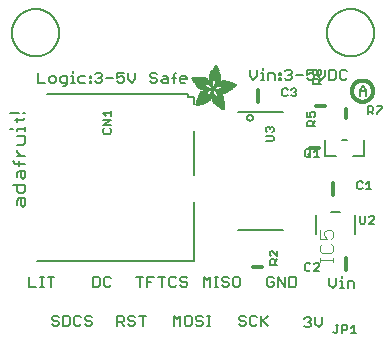
<source format=gbr>
G04 EAGLE Gerber RS-274X export*
G75*
%MOMM*%
%FSLAX34Y34*%
%LPD*%
%INSilkscreen Top*%
%IPPOS*%
%AMOC8*
5,1,8,0,0,1.08239X$1,22.5*%
G01*
%ADD10C,0.152400*%
%ADD11C,0.177800*%
%ADD12C,0.101600*%
%ADD13C,0.304800*%
%ADD14C,0.127000*%
%ADD15C,0.203200*%
%ADD16R,0.050800X0.006300*%
%ADD17R,0.082600X0.006400*%
%ADD18R,0.120600X0.006300*%
%ADD19R,0.139700X0.006400*%
%ADD20R,0.158800X0.006300*%
%ADD21R,0.177800X0.006400*%
%ADD22R,0.196800X0.006300*%
%ADD23R,0.215900X0.006400*%
%ADD24R,0.228600X0.006300*%
%ADD25R,0.241300X0.006400*%
%ADD26R,0.254000X0.006300*%
%ADD27R,0.266700X0.006400*%
%ADD28R,0.279400X0.006300*%
%ADD29R,0.285700X0.006400*%
%ADD30R,0.298400X0.006300*%
%ADD31R,0.311200X0.006400*%
%ADD32R,0.317500X0.006300*%
%ADD33R,0.330200X0.006400*%
%ADD34R,0.336600X0.006300*%
%ADD35R,0.349200X0.006400*%
%ADD36R,0.361900X0.006300*%
%ADD37R,0.368300X0.006400*%
%ADD38R,0.381000X0.006300*%
%ADD39R,0.387300X0.006400*%
%ADD40R,0.393700X0.006300*%
%ADD41R,0.406400X0.006400*%
%ADD42R,0.412700X0.006300*%
%ADD43R,0.419100X0.006400*%
%ADD44R,0.431800X0.006300*%
%ADD45R,0.438100X0.006400*%
%ADD46R,0.450800X0.006300*%
%ADD47R,0.457200X0.006400*%
%ADD48R,0.463500X0.006300*%
%ADD49R,0.476200X0.006400*%
%ADD50R,0.482600X0.006300*%
%ADD51R,0.488900X0.006400*%
%ADD52R,0.501600X0.006300*%
%ADD53R,0.508000X0.006400*%
%ADD54R,0.514300X0.006300*%
%ADD55R,0.527000X0.006400*%
%ADD56R,0.533400X0.006300*%
%ADD57R,0.546100X0.006400*%
%ADD58R,0.552400X0.006300*%
%ADD59R,0.558800X0.006400*%
%ADD60R,0.571500X0.006300*%
%ADD61R,0.577800X0.006400*%
%ADD62R,0.584200X0.006300*%
%ADD63R,0.596900X0.006400*%
%ADD64R,0.603200X0.006300*%
%ADD65R,0.609600X0.006400*%
%ADD66R,0.622300X0.006300*%
%ADD67R,0.628600X0.006400*%
%ADD68R,0.641300X0.006300*%
%ADD69R,0.647700X0.006400*%
%ADD70R,0.063500X0.006300*%
%ADD71R,0.654000X0.006300*%
%ADD72R,0.101600X0.006400*%
%ADD73R,0.666700X0.006400*%
%ADD74R,0.139700X0.006300*%
%ADD75R,0.673100X0.006300*%
%ADD76R,0.165100X0.006400*%
%ADD77R,0.679400X0.006400*%
%ADD78R,0.196900X0.006300*%
%ADD79R,0.692100X0.006300*%
%ADD80R,0.222200X0.006400*%
%ADD81R,0.698500X0.006400*%
%ADD82R,0.247700X0.006300*%
%ADD83R,0.704800X0.006300*%
%ADD84R,0.279400X0.006400*%
%ADD85R,0.717500X0.006400*%
%ADD86R,0.298500X0.006300*%
%ADD87R,0.723900X0.006300*%
%ADD88R,0.736600X0.006400*%
%ADD89R,0.342900X0.006300*%
%ADD90R,0.742900X0.006300*%
%ADD91R,0.374700X0.006400*%
%ADD92R,0.749300X0.006400*%
%ADD93R,0.762000X0.006300*%
%ADD94R,0.412700X0.006400*%
%ADD95R,0.768300X0.006400*%
%ADD96R,0.438100X0.006300*%
%ADD97R,0.774700X0.006300*%
%ADD98R,0.463600X0.006400*%
%ADD99R,0.787400X0.006400*%
%ADD100R,0.793700X0.006300*%
%ADD101R,0.495300X0.006400*%
%ADD102R,0.800100X0.006400*%
%ADD103R,0.520700X0.006300*%
%ADD104R,0.812800X0.006300*%
%ADD105R,0.533400X0.006400*%
%ADD106R,0.819100X0.006400*%
%ADD107R,0.558800X0.006300*%
%ADD108R,0.825500X0.006300*%
%ADD109R,0.577900X0.006400*%
%ADD110R,0.831800X0.006400*%
%ADD111R,0.596900X0.006300*%
%ADD112R,0.844500X0.006300*%
%ADD113R,0.616000X0.006400*%
%ADD114R,0.850900X0.006400*%
%ADD115R,0.635000X0.006300*%
%ADD116R,0.857200X0.006300*%
%ADD117R,0.654100X0.006400*%
%ADD118R,0.863600X0.006400*%
%ADD119R,0.666700X0.006300*%
%ADD120R,0.869900X0.006300*%
%ADD121R,0.685800X0.006400*%
%ADD122R,0.876300X0.006400*%
%ADD123R,0.882600X0.006300*%
%ADD124R,0.723900X0.006400*%
%ADD125R,0.889000X0.006400*%
%ADD126R,0.895300X0.006300*%
%ADD127R,0.755700X0.006400*%
%ADD128R,0.901700X0.006400*%
%ADD129R,0.908000X0.006300*%
%ADD130R,0.793800X0.006400*%
%ADD131R,0.914400X0.006400*%
%ADD132R,0.806400X0.006300*%
%ADD133R,0.920700X0.006300*%
%ADD134R,0.825500X0.006400*%
%ADD135R,0.927100X0.006400*%
%ADD136R,0.933400X0.006300*%
%ADD137R,0.857300X0.006400*%
%ADD138R,0.939800X0.006400*%
%ADD139R,0.870000X0.006300*%
%ADD140R,0.939800X0.006300*%
%ADD141R,0.946100X0.006400*%
%ADD142R,0.952500X0.006300*%
%ADD143R,0.908000X0.006400*%
%ADD144R,0.958800X0.006400*%
%ADD145R,0.965200X0.006300*%
%ADD146R,0.965200X0.006400*%
%ADD147R,0.971500X0.006300*%
%ADD148R,0.952500X0.006400*%
%ADD149R,0.977900X0.006400*%
%ADD150R,0.958800X0.006300*%
%ADD151R,0.984200X0.006300*%
%ADD152R,0.971500X0.006400*%
%ADD153R,0.984200X0.006400*%
%ADD154R,0.990600X0.006300*%
%ADD155R,0.984300X0.006400*%
%ADD156R,0.996900X0.006400*%
%ADD157R,0.997000X0.006300*%
%ADD158R,0.996900X0.006300*%
%ADD159R,1.003300X0.006400*%
%ADD160R,1.016000X0.006300*%
%ADD161R,1.009600X0.006300*%
%ADD162R,1.016000X0.006400*%
%ADD163R,1.009600X0.006400*%
%ADD164R,1.022300X0.006300*%
%ADD165R,1.028700X0.006400*%
%ADD166R,1.035100X0.006300*%
%ADD167R,1.047800X0.006400*%
%ADD168R,1.054100X0.006300*%
%ADD169R,1.028700X0.006300*%
%ADD170R,1.054100X0.006400*%
%ADD171R,1.035000X0.006400*%
%ADD172R,1.060400X0.006300*%
%ADD173R,1.035000X0.006300*%
%ADD174R,1.060500X0.006400*%
%ADD175R,1.041400X0.006400*%
%ADD176R,1.066800X0.006300*%
%ADD177R,1.041400X0.006300*%
%ADD178R,1.079500X0.006400*%
%ADD179R,1.047700X0.006400*%
%ADD180R,1.085900X0.006300*%
%ADD181R,1.047700X0.006300*%
%ADD182R,1.085800X0.006400*%
%ADD183R,1.092200X0.006300*%
%ADD184R,1.085900X0.006400*%
%ADD185R,1.098600X0.006300*%
%ADD186R,1.098600X0.006400*%
%ADD187R,1.060400X0.006400*%
%ADD188R,1.104900X0.006300*%
%ADD189R,1.104900X0.006400*%
%ADD190R,1.066800X0.006400*%
%ADD191R,1.111200X0.006300*%
%ADD192R,1.117600X0.006400*%
%ADD193R,1.117600X0.006300*%
%ADD194R,1.073100X0.006300*%
%ADD195R,1.073100X0.006400*%
%ADD196R,1.124000X0.006300*%
%ADD197R,1.079500X0.006300*%
%ADD198R,1.123900X0.006400*%
%ADD199R,1.130300X0.006300*%
%ADD200R,1.130300X0.006400*%
%ADD201R,1.136700X0.006400*%
%ADD202R,1.136700X0.006300*%
%ADD203R,1.085800X0.006300*%
%ADD204R,1.136600X0.006400*%
%ADD205R,1.136600X0.006300*%
%ADD206R,1.143000X0.006400*%
%ADD207R,1.143000X0.006300*%
%ADD208R,1.149400X0.006300*%
%ADD209R,1.149300X0.006300*%
%ADD210R,1.149300X0.006400*%
%ADD211R,1.149400X0.006400*%
%ADD212R,1.155700X0.006400*%
%ADD213R,1.155700X0.006300*%
%ADD214R,1.060500X0.006300*%
%ADD215R,2.197100X0.006400*%
%ADD216R,2.197100X0.006300*%
%ADD217R,2.184400X0.006300*%
%ADD218R,2.184400X0.006400*%
%ADD219R,2.171700X0.006400*%
%ADD220R,2.171700X0.006300*%
%ADD221R,1.530300X0.006400*%
%ADD222R,1.505000X0.006300*%
%ADD223R,1.492300X0.006400*%
%ADD224R,1.485900X0.006300*%
%ADD225R,0.565200X0.006300*%
%ADD226R,1.473200X0.006400*%
%ADD227R,0.565200X0.006400*%
%ADD228R,1.460500X0.006300*%
%ADD229R,1.454100X0.006400*%
%ADD230R,0.552400X0.006400*%
%ADD231R,1.441500X0.006300*%
%ADD232R,0.546100X0.006300*%
%ADD233R,1.435100X0.006400*%
%ADD234R,0.539800X0.006400*%
%ADD235R,1.428800X0.006300*%
%ADD236R,1.422400X0.006400*%
%ADD237R,1.409700X0.006300*%
%ADD238R,0.527100X0.006300*%
%ADD239R,1.403300X0.006400*%
%ADD240R,0.527100X0.006400*%
%ADD241R,1.390700X0.006300*%
%ADD242R,1.384300X0.006400*%
%ADD243R,0.520700X0.006400*%
%ADD244R,1.384300X0.006300*%
%ADD245R,0.514400X0.006300*%
%ADD246R,1.371600X0.006400*%
%ADD247R,1.365200X0.006300*%
%ADD248R,0.508000X0.006300*%
%ADD249R,1.352600X0.006400*%
%ADD250R,0.501700X0.006400*%
%ADD251R,0.711200X0.006300*%
%ADD252R,0.603300X0.006300*%
%ADD253R,0.501700X0.006300*%
%ADD254R,0.692100X0.006400*%
%ADD255R,0.571500X0.006400*%
%ADD256R,0.679400X0.006300*%
%ADD257R,0.495300X0.006300*%
%ADD258R,0.673100X0.006400*%
%ADD259R,0.666800X0.006300*%
%ADD260R,0.488900X0.006300*%
%ADD261R,0.660400X0.006400*%
%ADD262R,0.482600X0.006400*%
%ADD263R,0.476200X0.006300*%
%ADD264R,0.654000X0.006400*%
%ADD265R,0.469900X0.006400*%
%ADD266R,0.476300X0.006400*%
%ADD267R,0.647700X0.006300*%
%ADD268R,0.457200X0.006300*%
%ADD269R,0.469900X0.006300*%
%ADD270R,0.641300X0.006400*%
%ADD271R,0.444500X0.006400*%
%ADD272R,0.463600X0.006300*%
%ADD273R,0.635000X0.006400*%
%ADD274R,0.463500X0.006400*%
%ADD275R,0.393700X0.006400*%
%ADD276R,0.450800X0.006400*%
%ADD277R,0.628600X0.006300*%
%ADD278R,0.387400X0.006300*%
%ADD279R,0.450900X0.006300*%
%ADD280R,0.628700X0.006400*%
%ADD281R,0.374600X0.006400*%
%ADD282R,0.368300X0.006300*%
%ADD283R,0.438200X0.006300*%
%ADD284R,0.622300X0.006400*%
%ADD285R,0.355600X0.006400*%
%ADD286R,0.431800X0.006400*%
%ADD287R,0.349300X0.006300*%
%ADD288R,0.425400X0.006300*%
%ADD289R,0.615900X0.006300*%
%ADD290R,0.330200X0.006300*%
%ADD291R,0.419100X0.006300*%
%ADD292R,0.616000X0.006300*%
%ADD293R,0.311200X0.006300*%
%ADD294R,0.406400X0.006300*%
%ADD295R,0.615900X0.006400*%
%ADD296R,0.304800X0.006400*%
%ADD297R,0.158800X0.006400*%
%ADD298R,0.609600X0.006300*%
%ADD299R,0.292100X0.006300*%
%ADD300R,0.235000X0.006300*%
%ADD301R,0.387400X0.006400*%
%ADD302R,0.292100X0.006400*%
%ADD303R,0.336500X0.006300*%
%ADD304R,0.260400X0.006300*%
%ADD305R,0.603300X0.006400*%
%ADD306R,0.260400X0.006400*%
%ADD307R,0.362000X0.006400*%
%ADD308R,0.450900X0.006400*%
%ADD309R,0.355600X0.006300*%
%ADD310R,0.342900X0.006400*%
%ADD311R,0.514300X0.006400*%
%ADD312R,0.234900X0.006300*%
%ADD313R,0.539700X0.006300*%
%ADD314R,0.603200X0.006400*%
%ADD315R,0.234900X0.006400*%
%ADD316R,0.920700X0.006400*%
%ADD317R,0.958900X0.006400*%
%ADD318R,0.215900X0.006300*%
%ADD319R,0.209600X0.006400*%
%ADD320R,0.203200X0.006300*%
%ADD321R,1.003300X0.006300*%
%ADD322R,0.203200X0.006400*%
%ADD323R,0.196900X0.006400*%
%ADD324R,0.190500X0.006300*%
%ADD325R,0.190500X0.006400*%
%ADD326R,0.184200X0.006300*%
%ADD327R,0.590500X0.006400*%
%ADD328R,0.184200X0.006400*%
%ADD329R,0.590500X0.006300*%
%ADD330R,0.177800X0.006300*%
%ADD331R,0.584200X0.006400*%
%ADD332R,1.168400X0.006400*%
%ADD333R,0.171500X0.006300*%
%ADD334R,1.187500X0.006300*%
%ADD335R,1.200100X0.006400*%
%ADD336R,0.577800X0.006300*%
%ADD337R,1.212900X0.006300*%
%ADD338R,1.231900X0.006400*%
%ADD339R,1.250900X0.006300*%
%ADD340R,0.565100X0.006400*%
%ADD341R,0.184100X0.006400*%
%ADD342R,1.263700X0.006400*%
%ADD343R,0.565100X0.006300*%
%ADD344R,1.289100X0.006300*%
%ADD345R,1.314400X0.006400*%
%ADD346R,0.552500X0.006300*%
%ADD347R,1.568500X0.006300*%
%ADD348R,0.552500X0.006400*%
%ADD349R,1.581200X0.006400*%
%ADD350R,1.593800X0.006300*%
%ADD351R,1.606500X0.006400*%
%ADD352R,1.619300X0.006300*%
%ADD353R,0.514400X0.006400*%
%ADD354R,1.638300X0.006400*%
%ADD355R,1.657300X0.006300*%
%ADD356R,2.209800X0.006400*%
%ADD357R,2.425700X0.006300*%
%ADD358R,2.470100X0.006400*%
%ADD359R,2.501900X0.006300*%
%ADD360R,2.533700X0.006400*%
%ADD361R,2.559000X0.006300*%
%ADD362R,2.584500X0.006400*%
%ADD363R,2.609900X0.006300*%
%ADD364R,2.628900X0.006400*%
%ADD365R,2.660600X0.006300*%
%ADD366R,2.673400X0.006400*%
%ADD367R,1.422400X0.006300*%
%ADD368R,1.200200X0.006300*%
%ADD369R,1.365300X0.006300*%
%ADD370R,1.365300X0.006400*%
%ADD371R,1.352500X0.006300*%
%ADD372R,1.098500X0.006300*%
%ADD373R,1.358900X0.006400*%
%ADD374R,1.352600X0.006300*%
%ADD375R,1.358900X0.006300*%
%ADD376R,1.371600X0.006300*%
%ADD377R,1.377900X0.006400*%
%ADD378R,1.397000X0.006400*%
%ADD379R,1.403300X0.006300*%
%ADD380R,0.914400X0.006300*%
%ADD381R,0.876300X0.006300*%
%ADD382R,0.374600X0.006300*%
%ADD383R,1.073200X0.006400*%
%ADD384R,0.374700X0.006300*%
%ADD385R,0.844600X0.006400*%
%ADD386R,0.844600X0.006300*%
%ADD387R,0.831900X0.006400*%
%ADD388R,1.092200X0.006400*%
%ADD389R,0.400000X0.006300*%
%ADD390R,0.819200X0.006400*%
%ADD391R,1.111300X0.006400*%
%ADD392R,0.812800X0.006400*%
%ADD393R,0.800100X0.006300*%
%ADD394R,0.476300X0.006300*%
%ADD395R,1.181100X0.006300*%
%ADD396R,0.501600X0.006400*%
%ADD397R,1.193800X0.006400*%
%ADD398R,0.781000X0.006400*%
%ADD399R,1.238200X0.006400*%
%ADD400R,0.781100X0.006300*%
%ADD401R,1.257300X0.006300*%
%ADD402R,1.295400X0.006400*%
%ADD403R,1.333500X0.006300*%
%ADD404R,0.774700X0.006400*%
%ADD405R,1.866900X0.006400*%
%ADD406R,0.209600X0.006300*%
%ADD407R,1.866900X0.006300*%
%ADD408R,0.768400X0.006400*%
%ADD409R,0.209500X0.006400*%
%ADD410R,1.860600X0.006400*%
%ADD411R,0.762000X0.006400*%
%ADD412R,0.768400X0.006300*%
%ADD413R,1.860600X0.006300*%
%ADD414R,1.860500X0.006400*%
%ADD415R,0.222300X0.006300*%
%ADD416R,1.854200X0.006300*%
%ADD417R,0.235000X0.006400*%
%ADD418R,1.854200X0.006400*%
%ADD419R,0.768300X0.006300*%
%ADD420R,0.260300X0.006400*%
%ADD421R,1.847800X0.006400*%
%ADD422R,0.266700X0.006300*%
%ADD423R,1.847800X0.006300*%
%ADD424R,0.273100X0.006400*%
%ADD425R,1.841500X0.006400*%
%ADD426R,0.285800X0.006300*%
%ADD427R,1.841500X0.006300*%
%ADD428R,0.298500X0.006400*%
%ADD429R,1.835100X0.006400*%
%ADD430R,0.781000X0.006300*%
%ADD431R,0.304800X0.006300*%
%ADD432R,1.835100X0.006300*%
%ADD433R,0.317500X0.006400*%
%ADD434R,1.828800X0.006400*%
%ADD435R,0.787400X0.006300*%
%ADD436R,0.323800X0.006300*%
%ADD437R,1.828800X0.006300*%
%ADD438R,0.793700X0.006400*%
%ADD439R,1.822400X0.006400*%
%ADD440R,0.806500X0.006300*%
%ADD441R,1.822400X0.006300*%
%ADD442R,1.816100X0.006400*%
%ADD443R,0.819100X0.006300*%
%ADD444R,0.387300X0.006300*%
%ADD445R,1.816100X0.006300*%
%ADD446R,1.809800X0.006400*%
%ADD447R,1.803400X0.006300*%
%ADD448R,1.797000X0.006400*%
%ADD449R,0.901700X0.006300*%
%ADD450R,1.797000X0.006300*%
%ADD451R,1.441400X0.006400*%
%ADD452R,1.790700X0.006400*%
%ADD453R,1.447800X0.006300*%
%ADD454R,1.784300X0.006300*%
%ADD455R,1.447800X0.006400*%
%ADD456R,1.784300X0.006400*%
%ADD457R,1.454100X0.006300*%
%ADD458R,1.771700X0.006300*%
%ADD459R,1.460500X0.006400*%
%ADD460R,1.759000X0.006400*%
%ADD461R,1.466800X0.006300*%
%ADD462R,1.752600X0.006300*%
%ADD463R,1.466800X0.006400*%
%ADD464R,1.739900X0.006400*%
%ADD465R,1.473200X0.006300*%
%ADD466R,1.727200X0.006300*%
%ADD467R,1.479500X0.006400*%
%ADD468R,1.714500X0.006400*%
%ADD469R,1.695400X0.006300*%
%ADD470R,1.485900X0.006400*%
%ADD471R,1.682700X0.006400*%
%ADD472R,1.492200X0.006300*%
%ADD473R,1.663700X0.006300*%
%ADD474R,1.498600X0.006400*%
%ADD475R,1.644600X0.006400*%
%ADD476R,1.498600X0.006300*%
%ADD477R,1.619200X0.006300*%
%ADD478R,1.511300X0.006400*%
%ADD479R,1.600200X0.006400*%
%ADD480R,1.517700X0.006300*%
%ADD481R,1.574800X0.006300*%
%ADD482R,1.524000X0.006400*%
%ADD483R,1.555800X0.006400*%
%ADD484R,1.524000X0.006300*%
%ADD485R,1.536700X0.006300*%
%ADD486R,1.530400X0.006400*%
%ADD487R,1.517700X0.006400*%
%ADD488R,1.492300X0.006300*%
%ADD489R,1.549400X0.006400*%
%ADD490R,1.479600X0.006400*%
%ADD491R,1.549400X0.006300*%
%ADD492R,1.555700X0.006400*%
%ADD493R,1.562100X0.006300*%
%ADD494R,0.323900X0.006300*%
%ADD495R,1.568400X0.006400*%
%ADD496R,0.336600X0.006400*%
%ADD497R,1.587500X0.006300*%
%ADD498R,0.971600X0.006300*%
%ADD499R,0.349300X0.006400*%
%ADD500R,1.600200X0.006300*%
%ADD501R,0.920800X0.006300*%
%ADD502R,0.882700X0.006400*%
%ADD503R,1.612900X0.006300*%
%ADD504R,0.362000X0.006300*%
%ADD505R,1.625600X0.006400*%
%ADD506R,1.625600X0.006300*%
%ADD507R,1.644600X0.006300*%
%ADD508R,0.736600X0.006300*%
%ADD509R,0.717600X0.006400*%
%ADD510R,1.657400X0.006300*%
%ADD511R,0.679500X0.006300*%
%ADD512R,1.663700X0.006400*%
%ADD513R,0.400000X0.006400*%
%ADD514R,1.676400X0.006300*%
%ADD515R,1.676400X0.006400*%
%ADD516R,0.425500X0.006400*%
%ADD517R,1.352500X0.006400*%
%ADD518R,0.444500X0.006300*%
%ADD519R,0.361900X0.006400*%
%ADD520R,0.088900X0.006300*%
%ADD521R,1.009700X0.006300*%
%ADD522R,1.009700X0.006400*%
%ADD523R,1.022300X0.006400*%
%ADD524R,1.346200X0.006400*%
%ADD525R,1.346200X0.006300*%
%ADD526R,1.339900X0.006400*%
%ADD527R,1.035100X0.006400*%
%ADD528R,1.339800X0.006300*%
%ADD529R,1.333500X0.006400*%
%ADD530R,1.327200X0.006400*%
%ADD531R,1.320800X0.006300*%
%ADD532R,1.314500X0.006400*%
%ADD533R,1.314400X0.006300*%
%ADD534R,1.301700X0.006400*%
%ADD535R,1.295400X0.006300*%
%ADD536R,1.289000X0.006400*%
%ADD537R,1.276300X0.006300*%
%ADD538R,1.251000X0.006300*%
%ADD539R,1.244600X0.006400*%
%ADD540R,1.231900X0.006300*%
%ADD541R,1.212800X0.006400*%
%ADD542R,1.200100X0.006300*%
%ADD543R,1.187400X0.006400*%
%ADD544R,1.168400X0.006300*%
%ADD545R,1.047800X0.006300*%
%ADD546R,0.977900X0.006300*%
%ADD547R,0.946200X0.006400*%
%ADD548R,0.933400X0.006400*%
%ADD549R,0.895300X0.006400*%
%ADD550R,0.882700X0.006300*%
%ADD551R,0.863600X0.006300*%
%ADD552R,0.857200X0.006400*%
%ADD553R,0.850900X0.006300*%
%ADD554R,0.838200X0.006300*%
%ADD555R,0.806500X0.006400*%
%ADD556R,0.717600X0.006300*%
%ADD557R,0.711200X0.006400*%
%ADD558R,0.641400X0.006400*%
%ADD559R,0.641400X0.006300*%
%ADD560R,0.628700X0.006300*%
%ADD561R,0.590600X0.006300*%
%ADD562R,0.539700X0.006400*%
%ADD563R,0.285700X0.006300*%
%ADD564R,0.222200X0.006300*%
%ADD565R,0.171400X0.006300*%
%ADD566R,0.152400X0.006400*%
%ADD567R,0.133400X0.006300*%


D10*
X58717Y-41395D02*
X58717Y-50038D01*
X63039Y-50038D01*
X64479Y-48597D01*
X64479Y-42835D01*
X63039Y-41395D01*
X58717Y-41395D01*
X72394Y-41395D02*
X73834Y-42835D01*
X72394Y-41395D02*
X69513Y-41395D01*
X68072Y-42835D01*
X68072Y-48597D01*
X69513Y-50038D01*
X72394Y-50038D01*
X73834Y-48597D01*
X29724Y-75855D02*
X28283Y-74415D01*
X25402Y-74415D01*
X23962Y-75855D01*
X23962Y-77296D01*
X25402Y-78736D01*
X28283Y-78736D01*
X29724Y-80177D01*
X29724Y-81617D01*
X28283Y-83058D01*
X25402Y-83058D01*
X23962Y-81617D01*
X33317Y-83058D02*
X33317Y-74415D01*
X33317Y-83058D02*
X37638Y-83058D01*
X39079Y-81617D01*
X39079Y-75855D01*
X37638Y-74415D01*
X33317Y-74415D01*
X46994Y-74415D02*
X48434Y-75855D01*
X46994Y-74415D02*
X44113Y-74415D01*
X42672Y-75855D01*
X42672Y-81617D01*
X44113Y-83058D01*
X46994Y-83058D01*
X48434Y-81617D01*
X56349Y-74415D02*
X57789Y-75855D01*
X56349Y-74415D02*
X53468Y-74415D01*
X52027Y-75855D01*
X52027Y-77296D01*
X53468Y-78736D01*
X56349Y-78736D01*
X57789Y-80177D01*
X57789Y-81617D01*
X56349Y-83058D01*
X53468Y-83058D01*
X52027Y-81617D01*
X4798Y-50038D02*
X4798Y-41395D01*
X4798Y-50038D02*
X10561Y-50038D01*
X14154Y-50038D02*
X17035Y-50038D01*
X15594Y-50038D02*
X15594Y-41395D01*
X14154Y-41395D02*
X17035Y-41395D01*
X23272Y-41395D02*
X23272Y-50038D01*
X20390Y-41395D02*
X26153Y-41395D01*
X79439Y-74415D02*
X79439Y-83058D01*
X79439Y-74415D02*
X83761Y-74415D01*
X85201Y-75855D01*
X85201Y-78736D01*
X83761Y-80177D01*
X79439Y-80177D01*
X82320Y-80177D02*
X85201Y-83058D01*
X93116Y-74415D02*
X94557Y-75855D01*
X93116Y-74415D02*
X90235Y-74415D01*
X88794Y-75855D01*
X88794Y-77296D01*
X90235Y-78736D01*
X93116Y-78736D01*
X94557Y-80177D01*
X94557Y-81617D01*
X93116Y-83058D01*
X90235Y-83058D01*
X88794Y-81617D01*
X101031Y-83058D02*
X101031Y-74415D01*
X98150Y-74415D02*
X103912Y-74415D01*
X98365Y-50038D02*
X98365Y-41395D01*
X95484Y-41395D02*
X101246Y-41395D01*
X104839Y-41395D02*
X104839Y-50038D01*
X104839Y-41395D02*
X110601Y-41395D01*
X107720Y-45716D02*
X104839Y-45716D01*
X117076Y-50038D02*
X117076Y-41395D01*
X119957Y-41395D02*
X114194Y-41395D01*
X127871Y-41395D02*
X129312Y-42835D01*
X127871Y-41395D02*
X124990Y-41395D01*
X123550Y-42835D01*
X123550Y-48597D01*
X124990Y-50038D01*
X127871Y-50038D01*
X129312Y-48597D01*
X137226Y-41395D02*
X138667Y-42835D01*
X137226Y-41395D02*
X134345Y-41395D01*
X132905Y-42835D01*
X132905Y-44276D01*
X134345Y-45716D01*
X137226Y-45716D01*
X138667Y-47157D01*
X138667Y-48597D01*
X137226Y-50038D01*
X134345Y-50038D01*
X132905Y-48597D01*
X127121Y-74415D02*
X127121Y-83058D01*
X130002Y-77296D02*
X127121Y-74415D01*
X130002Y-77296D02*
X132883Y-74415D01*
X132883Y-83058D01*
X137917Y-74415D02*
X140798Y-74415D01*
X137917Y-74415D02*
X136476Y-75855D01*
X136476Y-81617D01*
X137917Y-83058D01*
X140798Y-83058D01*
X142238Y-81617D01*
X142238Y-75855D01*
X140798Y-74415D01*
X150153Y-74415D02*
X151593Y-75855D01*
X150153Y-74415D02*
X147272Y-74415D01*
X145831Y-75855D01*
X145831Y-77296D01*
X147272Y-78736D01*
X150153Y-78736D01*
X151593Y-80177D01*
X151593Y-81617D01*
X150153Y-83058D01*
X147272Y-83058D01*
X145831Y-81617D01*
X155186Y-83058D02*
X158068Y-83058D01*
X156627Y-83058D02*
X156627Y-74415D01*
X155186Y-74415D02*
X158068Y-74415D01*
X152521Y-50038D02*
X152521Y-41395D01*
X155402Y-44276D01*
X158283Y-41395D01*
X158283Y-50038D01*
X161876Y-50038D02*
X164757Y-50038D01*
X163317Y-50038D02*
X163317Y-41395D01*
X164757Y-41395D02*
X161876Y-41395D01*
X172434Y-41395D02*
X173875Y-42835D01*
X172434Y-41395D02*
X169553Y-41395D01*
X168113Y-42835D01*
X168113Y-44276D01*
X169553Y-45716D01*
X172434Y-45716D01*
X173875Y-47157D01*
X173875Y-48597D01*
X172434Y-50038D01*
X169553Y-50038D01*
X168113Y-48597D01*
X178909Y-41395D02*
X181790Y-41395D01*
X178909Y-41395D02*
X177468Y-42835D01*
X177468Y-48597D01*
X178909Y-50038D01*
X181790Y-50038D01*
X183230Y-48597D01*
X183230Y-42835D01*
X181790Y-41395D01*
X186631Y-74415D02*
X188071Y-75855D01*
X186631Y-74415D02*
X183750Y-74415D01*
X182309Y-75855D01*
X182309Y-77296D01*
X183750Y-78736D01*
X186631Y-78736D01*
X188071Y-80177D01*
X188071Y-81617D01*
X186631Y-83058D01*
X183750Y-83058D01*
X182309Y-81617D01*
X195986Y-74415D02*
X197427Y-75855D01*
X195986Y-74415D02*
X193105Y-74415D01*
X191664Y-75855D01*
X191664Y-81617D01*
X193105Y-83058D01*
X195986Y-83058D01*
X197427Y-81617D01*
X201020Y-83058D02*
X201020Y-74415D01*
X201020Y-80177D02*
X206782Y-74415D01*
X202460Y-78736D02*
X206782Y-83058D01*
X212201Y-42835D02*
X210761Y-41395D01*
X207880Y-41395D01*
X206439Y-42835D01*
X206439Y-48597D01*
X207880Y-50038D01*
X210761Y-50038D01*
X212201Y-48597D01*
X212201Y-45716D01*
X209320Y-45716D01*
X215794Y-41395D02*
X215794Y-50038D01*
X221557Y-50038D02*
X215794Y-41395D01*
X221557Y-41395D02*
X221557Y-50038D01*
X225150Y-50038D02*
X225150Y-41395D01*
X225150Y-50038D02*
X229471Y-50038D01*
X230912Y-48597D01*
X230912Y-42835D01*
X229471Y-41395D01*
X225150Y-41395D01*
X239227Y-75685D02*
X237787Y-77125D01*
X239227Y-75685D02*
X242109Y-75685D01*
X243549Y-77125D01*
X243549Y-78566D01*
X242109Y-80006D01*
X240668Y-80006D01*
X242109Y-80006D02*
X243549Y-81447D01*
X243549Y-82887D01*
X242109Y-84328D01*
X239227Y-84328D01*
X237787Y-82887D01*
X247142Y-81447D02*
X247142Y-75685D01*
X247142Y-81447D02*
X250023Y-84328D01*
X252904Y-81447D01*
X252904Y-75685D01*
X258798Y-48427D02*
X258798Y-42665D01*
X258798Y-48427D02*
X261680Y-51308D01*
X264561Y-48427D01*
X264561Y-42665D01*
X268154Y-45546D02*
X269594Y-45546D01*
X269594Y-51308D01*
X268154Y-51308D02*
X271035Y-51308D01*
X269594Y-42665D02*
X269594Y-41224D01*
X274390Y-45546D02*
X274390Y-51308D01*
X274390Y-45546D02*
X278712Y-45546D01*
X280153Y-46986D01*
X280153Y-51308D01*
D11*
X-5637Y19221D02*
X-5637Y22865D01*
X-3815Y24687D01*
X1651Y24687D01*
X1651Y19221D01*
X-171Y17399D01*
X-1993Y19221D01*
X-1993Y24687D01*
X1651Y36381D02*
X-9280Y36381D01*
X1651Y36381D02*
X1651Y30915D01*
X-171Y29093D01*
X-3815Y29093D01*
X-5637Y30915D01*
X-5637Y36381D01*
X-5637Y42609D02*
X-5637Y46253D01*
X-3815Y48074D01*
X1651Y48074D01*
X1651Y42609D01*
X-171Y40787D01*
X-1993Y42609D01*
X-1993Y48074D01*
X1651Y54303D02*
X-7458Y54303D01*
X-9280Y56125D01*
X-3815Y56125D02*
X-3815Y52481D01*
X-5637Y60277D02*
X1651Y60277D01*
X-1993Y60277D02*
X-5637Y63921D01*
X-5637Y65743D01*
X-5637Y70022D02*
X-171Y70022D01*
X1651Y71844D01*
X1651Y77309D01*
X-5637Y77309D01*
X-5637Y81716D02*
X-5637Y83538D01*
X1651Y83538D01*
X1651Y81716D02*
X1651Y85360D01*
X-9280Y83538D02*
X-11102Y83538D01*
X-7458Y91334D02*
X-171Y91334D01*
X1651Y93156D01*
X-5637Y93156D02*
X-5637Y89512D01*
X-171Y97308D02*
X1651Y97308D01*
X-3815Y97308D02*
X-11102Y97308D01*
D10*
X12255Y122682D02*
X12255Y131325D01*
X12255Y122682D02*
X18018Y122682D01*
X23051Y122682D02*
X25932Y122682D01*
X27373Y124123D01*
X27373Y127004D01*
X25932Y128444D01*
X23051Y128444D01*
X21610Y127004D01*
X21610Y124123D01*
X23051Y122682D01*
X33847Y119801D02*
X35287Y119801D01*
X36728Y121241D01*
X36728Y128444D01*
X32406Y128444D01*
X30966Y127004D01*
X30966Y124123D01*
X32406Y122682D01*
X36728Y122682D01*
X40321Y128444D02*
X41761Y128444D01*
X41761Y122682D01*
X40321Y122682D02*
X43202Y122682D01*
X41761Y131325D02*
X41761Y132766D01*
X47998Y128444D02*
X52320Y128444D01*
X47998Y128444D02*
X46558Y127004D01*
X46558Y124123D01*
X47998Y122682D01*
X52320Y122682D01*
X55913Y128444D02*
X57353Y128444D01*
X57353Y127004D01*
X55913Y127004D01*
X55913Y128444D01*
X55913Y124123D02*
X57353Y124123D01*
X57353Y122682D01*
X55913Y122682D01*
X55913Y124123D01*
X60590Y129885D02*
X62031Y131325D01*
X64912Y131325D01*
X66353Y129885D01*
X66353Y128444D01*
X64912Y127004D01*
X63472Y127004D01*
X64912Y127004D02*
X66353Y125563D01*
X66353Y124123D01*
X64912Y122682D01*
X62031Y122682D01*
X60590Y124123D01*
X69946Y127004D02*
X75708Y127004D01*
X79301Y131325D02*
X85063Y131325D01*
X79301Y131325D02*
X79301Y127004D01*
X82182Y128444D01*
X83622Y128444D01*
X85063Y127004D01*
X85063Y124123D01*
X83622Y122682D01*
X80741Y122682D01*
X79301Y124123D01*
X88656Y125563D02*
X88656Y131325D01*
X88656Y125563D02*
X91537Y122682D01*
X94418Y125563D01*
X94418Y131325D01*
X111688Y131325D02*
X113129Y129885D01*
X111688Y131325D02*
X108807Y131325D01*
X107366Y129885D01*
X107366Y128444D01*
X108807Y127004D01*
X111688Y127004D01*
X113129Y125563D01*
X113129Y124123D01*
X111688Y122682D01*
X108807Y122682D01*
X107366Y124123D01*
X118162Y128444D02*
X121043Y128444D01*
X122484Y127004D01*
X122484Y122682D01*
X118162Y122682D01*
X116722Y124123D01*
X118162Y125563D01*
X122484Y125563D01*
X127517Y122682D02*
X127517Y129885D01*
X128958Y131325D01*
X128958Y127004D02*
X126077Y127004D01*
X133754Y122682D02*
X136635Y122682D01*
X133754Y122682D02*
X132313Y124123D01*
X132313Y127004D01*
X133754Y128444D01*
X136635Y128444D01*
X138076Y127004D01*
X138076Y125563D01*
X132313Y125563D01*
X191564Y128103D02*
X191564Y133865D01*
X191564Y128103D02*
X194445Y125222D01*
X197326Y128103D01*
X197326Y133865D01*
X200919Y130984D02*
X202360Y130984D01*
X202360Y125222D01*
X203800Y125222D02*
X200919Y125222D01*
X202360Y133865D02*
X202360Y135306D01*
X207156Y130984D02*
X207156Y125222D01*
X207156Y130984D02*
X211478Y130984D01*
X212918Y129544D01*
X212918Y125222D01*
X216511Y130984D02*
X217952Y130984D01*
X217952Y129544D01*
X216511Y129544D01*
X216511Y130984D01*
X216511Y126663D02*
X217952Y126663D01*
X217952Y125222D01*
X216511Y125222D01*
X216511Y126663D01*
X221189Y132425D02*
X222629Y133865D01*
X225510Y133865D01*
X226951Y132425D01*
X226951Y130984D01*
X225510Y129544D01*
X224070Y129544D01*
X225510Y129544D02*
X226951Y128103D01*
X226951Y126663D01*
X225510Y125222D01*
X222629Y125222D01*
X221189Y126663D01*
X230544Y129544D02*
X236306Y129544D01*
X239899Y133865D02*
X245661Y133865D01*
X239899Y133865D02*
X239899Y129544D01*
X242780Y130984D01*
X244221Y130984D01*
X245661Y129544D01*
X245661Y126663D01*
X244221Y125222D01*
X241340Y125222D01*
X239899Y126663D01*
X249254Y128103D02*
X249254Y133865D01*
X249254Y128103D02*
X252135Y125222D01*
X255017Y128103D01*
X255017Y133865D01*
X258610Y133865D02*
X258610Y125222D01*
X262931Y125222D01*
X264372Y126663D01*
X264372Y132425D01*
X262931Y133865D01*
X258610Y133865D01*
X272286Y133865D02*
X273727Y132425D01*
X272286Y133865D02*
X269405Y133865D01*
X267965Y132425D01*
X267965Y126663D01*
X269405Y125222D01*
X272286Y125222D01*
X273727Y126663D01*
D12*
X262382Y-25508D02*
X262382Y-29406D01*
X262382Y-27457D02*
X250688Y-27457D01*
X250688Y-29406D02*
X250688Y-25508D01*
X250688Y-15763D02*
X252637Y-13814D01*
X250688Y-15763D02*
X250688Y-19661D01*
X252637Y-21610D01*
X260433Y-21610D01*
X262382Y-19661D01*
X262382Y-15763D01*
X260433Y-13814D01*
X250688Y-9916D02*
X250688Y-2120D01*
X250688Y-9916D02*
X256535Y-9916D01*
X254586Y-6018D01*
X254586Y-4069D01*
X256535Y-2120D01*
X260433Y-2120D01*
X262382Y-4069D01*
X262382Y-7967D01*
X260433Y-9916D01*
D13*
X202120Y-33020D02*
X194120Y-33020D01*
D10*
X208401Y-31351D02*
X215011Y-31351D01*
X208401Y-31351D02*
X208401Y-28047D01*
X209503Y-26945D01*
X211706Y-26945D01*
X212808Y-28047D01*
X212808Y-31351D01*
X212808Y-29148D02*
X215011Y-26945D01*
X215011Y-23867D02*
X215011Y-19461D01*
X215011Y-23867D02*
X210605Y-19461D01*
X209503Y-19461D01*
X208401Y-20562D01*
X208401Y-22766D01*
X209503Y-23867D01*
D14*
X144510Y104530D02*
X144510Y111030D01*
X139510Y111030D01*
X139510Y113530D01*
X20010Y113530D01*
X144510Y81530D02*
X144510Y44530D01*
X144510Y22030D02*
X144510Y-28470D01*
X11010Y-28470D01*
D10*
X67366Y82844D02*
X68468Y83946D01*
X67366Y82844D02*
X67366Y80641D01*
X68468Y79540D01*
X72874Y79540D01*
X73976Y80641D01*
X73976Y82844D01*
X72874Y83946D01*
X73976Y87024D02*
X67366Y87024D01*
X73976Y91430D01*
X67366Y91430D01*
X69570Y94508D02*
X67366Y96711D01*
X73976Y96711D01*
X73976Y94508D02*
X73976Y98914D01*
D13*
X198120Y106680D02*
X198120Y116840D01*
D10*
X222507Y117862D02*
X223608Y116760D01*
X222507Y117862D02*
X220304Y117862D01*
X219202Y116760D01*
X219202Y112354D01*
X220304Y111252D01*
X222507Y111252D01*
X223608Y112354D01*
X226686Y116760D02*
X227788Y117862D01*
X229991Y117862D01*
X231093Y116760D01*
X231093Y115658D01*
X229991Y114557D01*
X228889Y114557D01*
X229991Y114557D02*
X231093Y113455D01*
X231093Y112354D01*
X229991Y111252D01*
X227788Y111252D01*
X226686Y112354D01*
D15*
X219660Y98260D02*
X181660Y98260D01*
X181660Y-1740D02*
X219660Y-1740D01*
X189230Y93218D02*
X189232Y93318D01*
X189238Y93419D01*
X189248Y93518D01*
X189262Y93618D01*
X189279Y93717D01*
X189301Y93815D01*
X189327Y93912D01*
X189356Y94008D01*
X189389Y94102D01*
X189426Y94196D01*
X189466Y94288D01*
X189510Y94378D01*
X189558Y94466D01*
X189609Y94553D01*
X189663Y94637D01*
X189721Y94719D01*
X189782Y94799D01*
X189846Y94876D01*
X189913Y94951D01*
X189983Y95023D01*
X190056Y95092D01*
X190131Y95158D01*
X190209Y95222D01*
X190289Y95282D01*
X190372Y95339D01*
X190457Y95392D01*
X190544Y95442D01*
X190633Y95489D01*
X190723Y95532D01*
X190815Y95572D01*
X190909Y95608D01*
X191004Y95640D01*
X191100Y95668D01*
X191198Y95693D01*
X191296Y95713D01*
X191395Y95730D01*
X191495Y95743D01*
X191594Y95752D01*
X191695Y95757D01*
X191795Y95758D01*
X191895Y95755D01*
X191996Y95748D01*
X192095Y95737D01*
X192195Y95722D01*
X192293Y95704D01*
X192391Y95681D01*
X192488Y95654D01*
X192583Y95624D01*
X192678Y95590D01*
X192771Y95552D01*
X192862Y95511D01*
X192952Y95466D01*
X193040Y95418D01*
X193126Y95366D01*
X193210Y95311D01*
X193291Y95252D01*
X193370Y95190D01*
X193447Y95126D01*
X193521Y95058D01*
X193592Y94987D01*
X193661Y94914D01*
X193726Y94838D01*
X193789Y94759D01*
X193848Y94678D01*
X193904Y94595D01*
X193957Y94510D01*
X194006Y94422D01*
X194052Y94333D01*
X194094Y94242D01*
X194133Y94149D01*
X194168Y94055D01*
X194199Y93960D01*
X194227Y93863D01*
X194250Y93766D01*
X194270Y93667D01*
X194286Y93568D01*
X194298Y93469D01*
X194306Y93368D01*
X194310Y93268D01*
X194310Y93168D01*
X194306Y93068D01*
X194298Y92967D01*
X194286Y92868D01*
X194270Y92769D01*
X194250Y92670D01*
X194227Y92573D01*
X194199Y92476D01*
X194168Y92381D01*
X194133Y92287D01*
X194094Y92194D01*
X194052Y92103D01*
X194006Y92014D01*
X193957Y91926D01*
X193904Y91841D01*
X193848Y91758D01*
X193789Y91677D01*
X193726Y91598D01*
X193661Y91522D01*
X193592Y91449D01*
X193521Y91378D01*
X193447Y91310D01*
X193370Y91246D01*
X193291Y91184D01*
X193210Y91125D01*
X193126Y91070D01*
X193040Y91018D01*
X192952Y90970D01*
X192862Y90925D01*
X192771Y90884D01*
X192678Y90846D01*
X192583Y90812D01*
X192488Y90782D01*
X192391Y90755D01*
X192293Y90732D01*
X192195Y90714D01*
X192095Y90699D01*
X191996Y90688D01*
X191895Y90681D01*
X191795Y90678D01*
X191695Y90679D01*
X191594Y90684D01*
X191495Y90693D01*
X191395Y90706D01*
X191296Y90723D01*
X191198Y90743D01*
X191100Y90768D01*
X191004Y90796D01*
X190909Y90828D01*
X190815Y90864D01*
X190723Y90904D01*
X190633Y90947D01*
X190544Y90994D01*
X190457Y91044D01*
X190372Y91097D01*
X190289Y91154D01*
X190209Y91214D01*
X190131Y91278D01*
X190056Y91344D01*
X189983Y91413D01*
X189913Y91485D01*
X189846Y91560D01*
X189782Y91637D01*
X189721Y91717D01*
X189663Y91799D01*
X189609Y91883D01*
X189558Y91970D01*
X189510Y92058D01*
X189466Y92148D01*
X189426Y92240D01*
X189389Y92334D01*
X189356Y92428D01*
X189327Y92524D01*
X189301Y92621D01*
X189279Y92719D01*
X189262Y92818D01*
X189248Y92918D01*
X189238Y93017D01*
X189232Y93118D01*
X189230Y93218D01*
D10*
X205226Y73424D02*
X210734Y73424D01*
X211836Y74525D01*
X211836Y76729D01*
X210734Y77830D01*
X205226Y77830D01*
X206328Y80908D02*
X205226Y82009D01*
X205226Y84213D01*
X206328Y85314D01*
X207430Y85314D01*
X208531Y84213D01*
X208531Y83111D01*
X208531Y84213D02*
X209633Y85314D01*
X210734Y85314D01*
X211836Y84213D01*
X211836Y82009D01*
X210734Y80908D01*
D15*
X247660Y10540D02*
X247660Y-5460D01*
X280660Y-5460D02*
X280660Y10540D01*
X268160Y13040D02*
X260160Y13040D01*
D10*
X284702Y9912D02*
X284702Y4404D01*
X285804Y3302D01*
X288007Y3302D01*
X289108Y4404D01*
X289108Y9912D01*
X292186Y3302D02*
X296593Y3302D01*
X296593Y7708D02*
X292186Y3302D01*
X296593Y7708D02*
X296593Y8810D01*
X295491Y9912D01*
X293288Y9912D01*
X292186Y8810D01*
D13*
X261620Y27940D02*
X261620Y38100D01*
D10*
X286007Y39122D02*
X287108Y38020D01*
X286007Y39122D02*
X283804Y39122D01*
X282702Y38020D01*
X282702Y33614D01*
X283804Y32512D01*
X286007Y32512D01*
X287108Y33614D01*
X290186Y36918D02*
X292389Y39122D01*
X292389Y32512D01*
X290186Y32512D02*
X294593Y32512D01*
D13*
X273050Y-25400D02*
X273050Y-35560D01*
D10*
X242930Y-31068D02*
X241829Y-29966D01*
X239625Y-29966D01*
X238524Y-31068D01*
X238524Y-35474D01*
X239625Y-36576D01*
X241829Y-36576D01*
X242930Y-35474D01*
X246008Y-36576D02*
X250414Y-36576D01*
X246008Y-36576D02*
X250414Y-32170D01*
X250414Y-31068D01*
X249313Y-29966D01*
X247109Y-29966D01*
X246008Y-31068D01*
D13*
X242380Y67310D02*
X250380Y67310D01*
D10*
X246888Y85852D02*
X240278Y85852D01*
X240278Y89157D01*
X241380Y90258D01*
X243583Y90258D01*
X244685Y89157D01*
X244685Y85852D01*
X244685Y88055D02*
X246888Y90258D01*
X240278Y93336D02*
X240278Y97743D01*
X240278Y93336D02*
X243583Y93336D01*
X242482Y95539D01*
X242482Y96641D01*
X243583Y97743D01*
X245786Y97743D01*
X246888Y96641D01*
X246888Y94438D01*
X245786Y93336D01*
D15*
X288504Y73834D02*
X288504Y60706D01*
X278916Y60706D01*
X255056Y60706D02*
X255056Y73834D01*
X255056Y60706D02*
X264644Y60706D01*
X269556Y73914D02*
X274144Y73914D01*
D10*
X238524Y65452D02*
X238524Y61046D01*
X238524Y65452D02*
X239625Y66554D01*
X241829Y66554D01*
X242930Y65452D01*
X242930Y61046D01*
X241829Y59944D01*
X239625Y59944D01*
X238524Y61046D01*
X240727Y62147D02*
X242930Y59944D01*
X246008Y64350D02*
X248211Y66554D01*
X248211Y59944D01*
X246008Y59944D02*
X250414Y59944D01*
D13*
X273050Y92520D02*
X273050Y100520D01*
D10*
X291592Y102622D02*
X291592Y96012D01*
X291592Y102622D02*
X294897Y102622D01*
X295998Y101520D01*
X295998Y99317D01*
X294897Y98215D01*
X291592Y98215D01*
X293795Y98215D02*
X295998Y96012D01*
X299076Y102622D02*
X303483Y102622D01*
X303483Y101520D01*
X299076Y97114D01*
X299076Y96012D01*
D13*
X255460Y102870D02*
X247460Y102870D01*
D10*
X245358Y121412D02*
X251968Y121412D01*
X245358Y121412D02*
X245358Y124717D01*
X246460Y125818D01*
X248663Y125818D01*
X249765Y124717D01*
X249765Y121412D01*
X249765Y123615D02*
X251968Y125818D01*
X246460Y128896D02*
X245358Y129998D01*
X245358Y132201D01*
X246460Y133303D01*
X247562Y133303D01*
X248663Y132201D01*
X249765Y133303D01*
X250866Y133303D01*
X251968Y132201D01*
X251968Y129998D01*
X250866Y128896D01*
X249765Y128896D01*
X248663Y129998D01*
X247562Y128896D01*
X246460Y128896D01*
X248663Y129998D02*
X248663Y132201D01*
X262282Y-88052D02*
X263383Y-89154D01*
X264485Y-89154D01*
X265586Y-88052D01*
X265586Y-82544D01*
X264485Y-82544D02*
X266688Y-82544D01*
X269766Y-82544D02*
X269766Y-89154D01*
X269766Y-82544D02*
X273071Y-82544D01*
X274172Y-83646D01*
X274172Y-85849D01*
X273071Y-86951D01*
X269766Y-86951D01*
X277250Y-84748D02*
X279453Y-82544D01*
X279453Y-89154D01*
X277250Y-89154D02*
X281656Y-89154D01*
D16*
X168878Y99251D03*
D17*
X168910Y99314D03*
D18*
X168910Y99378D03*
D19*
X168879Y99441D03*
D20*
X168910Y99505D03*
D21*
X168878Y99568D03*
D22*
X168910Y99632D03*
D23*
X168879Y99695D03*
D24*
X168878Y99759D03*
D25*
X168815Y99822D03*
D26*
X168815Y99886D03*
D27*
X168752Y99949D03*
D28*
X168751Y100013D03*
D29*
X168720Y100076D03*
D30*
X168656Y100140D03*
D31*
X168656Y100203D03*
D32*
X168625Y100267D03*
D33*
X168561Y100330D03*
D34*
X168529Y100394D03*
D35*
X168529Y100457D03*
D36*
X168466Y100521D03*
D37*
X168434Y100584D03*
D38*
X168370Y100648D03*
D39*
X168339Y100711D03*
D40*
X168307Y100775D03*
D41*
X168243Y100838D03*
D42*
X168212Y100902D03*
D43*
X168180Y100965D03*
D44*
X168116Y101029D03*
D45*
X168085Y101092D03*
D46*
X168021Y101156D03*
D47*
X167989Y101219D03*
D48*
X167958Y101283D03*
D49*
X167894Y101346D03*
D50*
X167862Y101410D03*
D51*
X167831Y101473D03*
D52*
X167767Y101537D03*
D53*
X167735Y101600D03*
D54*
X167704Y101664D03*
D55*
X167640Y101727D03*
D56*
X167608Y101791D03*
D57*
X167545Y101854D03*
D58*
X167513Y101918D03*
D59*
X167481Y101981D03*
D60*
X167418Y102045D03*
D61*
X167386Y102108D03*
D62*
X167354Y102172D03*
D63*
X167291Y102235D03*
D64*
X167259Y102299D03*
D65*
X167227Y102362D03*
D66*
X167164Y102426D03*
D67*
X167132Y102489D03*
D68*
X167069Y102553D03*
D69*
X167037Y102616D03*
D70*
X147225Y102680D03*
D71*
X167005Y102680D03*
D72*
X147225Y102743D03*
D73*
X166942Y102743D03*
D74*
X147289Y102807D03*
D75*
X166910Y102807D03*
D76*
X147352Y102870D03*
D77*
X166878Y102870D03*
D78*
X147384Y102934D03*
D79*
X166815Y102934D03*
D80*
X147447Y102997D03*
D81*
X166783Y102997D03*
D82*
X147511Y103061D03*
D83*
X166751Y103061D03*
D84*
X147606Y103124D03*
D85*
X166688Y103124D03*
D86*
X147638Y103188D03*
D87*
X166656Y103188D03*
D33*
X147733Y103251D03*
D88*
X166592Y103251D03*
D89*
X147797Y103315D03*
D90*
X166561Y103315D03*
D91*
X147892Y103378D03*
D92*
X166529Y103378D03*
D40*
X147987Y103442D03*
D93*
X166465Y103442D03*
D94*
X148019Y103505D03*
D95*
X166434Y103505D03*
D96*
X148146Y103569D03*
D97*
X166402Y103569D03*
D98*
X148209Y103632D03*
D99*
X166338Y103632D03*
D50*
X148304Y103696D03*
D100*
X166307Y103696D03*
D101*
X148368Y103759D03*
D102*
X166275Y103759D03*
D103*
X148495Y103823D03*
D104*
X166211Y103823D03*
D105*
X148558Y103886D03*
D106*
X166180Y103886D03*
D107*
X148685Y103950D03*
D108*
X166148Y103950D03*
D109*
X148781Y104013D03*
D110*
X166116Y104013D03*
D111*
X148876Y104077D03*
D112*
X166053Y104077D03*
D113*
X148971Y104140D03*
D114*
X166021Y104140D03*
D115*
X149066Y104204D03*
D116*
X165989Y104204D03*
D117*
X149162Y104267D03*
D118*
X165957Y104267D03*
D119*
X149289Y104331D03*
D120*
X165926Y104331D03*
D121*
X149384Y104394D03*
D122*
X165894Y104394D03*
D83*
X149479Y104458D03*
D123*
X165862Y104458D03*
D124*
X149575Y104521D03*
D125*
X165830Y104521D03*
D90*
X149670Y104585D03*
D126*
X165799Y104585D03*
D127*
X149797Y104648D03*
D128*
X165767Y104648D03*
D97*
X149892Y104712D03*
D129*
X165735Y104712D03*
D130*
X149987Y104775D03*
D131*
X165703Y104775D03*
D132*
X150114Y104839D03*
D133*
X165672Y104839D03*
D134*
X150210Y104902D03*
D135*
X165640Y104902D03*
D112*
X150305Y104966D03*
D136*
X165608Y104966D03*
D137*
X150432Y105029D03*
D138*
X165576Y105029D03*
D139*
X150495Y105093D03*
D140*
X165576Y105093D03*
D125*
X150590Y105156D03*
D141*
X165545Y105156D03*
D126*
X150686Y105220D03*
D142*
X165513Y105220D03*
D143*
X150749Y105283D03*
D144*
X165481Y105283D03*
D133*
X150813Y105347D03*
D145*
X165449Y105347D03*
D135*
X150908Y105410D03*
D146*
X165449Y105410D03*
D140*
X150971Y105474D03*
D147*
X165418Y105474D03*
D148*
X151035Y105537D03*
D149*
X165386Y105537D03*
D150*
X151130Y105601D03*
D151*
X165354Y105601D03*
D152*
X151194Y105664D03*
D153*
X165354Y105664D03*
D151*
X151257Y105728D03*
D154*
X165322Y105728D03*
D155*
X151321Y105791D03*
D156*
X165291Y105791D03*
D157*
X151384Y105855D03*
D158*
X165291Y105855D03*
D159*
X151416Y105918D03*
X165259Y105918D03*
D160*
X151479Y105982D03*
D161*
X165227Y105982D03*
D162*
X151543Y106045D03*
D163*
X165227Y106045D03*
D164*
X151575Y106109D03*
D160*
X165195Y106109D03*
D165*
X151670Y106172D03*
D162*
X165195Y106172D03*
D166*
X151702Y106236D03*
D164*
X165164Y106236D03*
D167*
X151765Y106299D03*
D165*
X165132Y106299D03*
D168*
X151797Y106363D03*
D169*
X165132Y106363D03*
D170*
X151861Y106426D03*
D171*
X165100Y106426D03*
D172*
X151892Y106490D03*
D173*
X165100Y106490D03*
D174*
X151956Y106553D03*
D175*
X165068Y106553D03*
D176*
X151987Y106617D03*
D177*
X165068Y106617D03*
D178*
X152051Y106680D03*
D179*
X165037Y106680D03*
D180*
X152083Y106744D03*
D181*
X165037Y106744D03*
D182*
X152146Y106807D03*
D170*
X165005Y106807D03*
D183*
X152178Y106871D03*
D168*
X165005Y106871D03*
D184*
X152210Y106934D03*
D170*
X165005Y106934D03*
D185*
X152273Y106998D03*
D172*
X164973Y106998D03*
D186*
X152273Y107061D03*
D187*
X164973Y107061D03*
D188*
X152305Y107125D03*
D176*
X164941Y107125D03*
D189*
X152369Y107188D03*
D190*
X164941Y107188D03*
D191*
X152400Y107252D03*
D176*
X164941Y107252D03*
D192*
X152432Y107315D03*
D190*
X164941Y107315D03*
D193*
X152495Y107379D03*
D194*
X164910Y107379D03*
D192*
X152495Y107442D03*
D195*
X164910Y107442D03*
D196*
X152527Y107506D03*
D197*
X164878Y107506D03*
D198*
X152591Y107569D03*
D178*
X164878Y107569D03*
D199*
X152623Y107633D03*
D197*
X164878Y107633D03*
D200*
X152623Y107696D03*
D178*
X164878Y107696D03*
D199*
X152686Y107760D03*
D197*
X164878Y107760D03*
D201*
X152718Y107823D03*
D182*
X164846Y107823D03*
D202*
X152718Y107887D03*
D203*
X164846Y107887D03*
D204*
X152781Y107950D03*
D178*
X164815Y107950D03*
D205*
X152781Y108014D03*
D197*
X164815Y108014D03*
D206*
X152813Y108077D03*
D184*
X164783Y108077D03*
D207*
X152876Y108141D03*
D180*
X164783Y108141D03*
D206*
X152876Y108204D03*
D184*
X164783Y108204D03*
D208*
X152908Y108268D03*
D180*
X164783Y108268D03*
D206*
X152940Y108331D03*
D184*
X164783Y108331D03*
D209*
X152972Y108395D03*
D180*
X164783Y108395D03*
D210*
X152972Y108458D03*
D184*
X164783Y108458D03*
D208*
X153035Y108522D03*
D180*
X164783Y108522D03*
D211*
X153035Y108585D03*
D184*
X164783Y108585D03*
D208*
X153035Y108649D03*
D203*
X164719Y108649D03*
D210*
X153099Y108712D03*
D182*
X164719Y108712D03*
D209*
X153099Y108776D03*
D203*
X164719Y108776D03*
D212*
X153131Y108839D03*
D182*
X164719Y108839D03*
D208*
X153162Y108903D03*
D203*
X164719Y108903D03*
D211*
X153162Y108966D03*
D182*
X164719Y108966D03*
D213*
X153194Y109030D03*
D203*
X164719Y109030D03*
D210*
X153226Y109093D03*
D182*
X164719Y109093D03*
D209*
X153226Y109157D03*
D197*
X164688Y109157D03*
D212*
X153258Y109220D03*
D178*
X164688Y109220D03*
D208*
X153289Y109284D03*
D197*
X164688Y109284D03*
D211*
X153289Y109347D03*
D178*
X164688Y109347D03*
D208*
X153289Y109411D03*
D197*
X164688Y109411D03*
D210*
X153353Y109474D03*
D195*
X164656Y109474D03*
D209*
X153353Y109538D03*
D194*
X164656Y109538D03*
D210*
X153353Y109601D03*
D190*
X164687Y109601D03*
D208*
X153416Y109665D03*
D176*
X164687Y109665D03*
D211*
X153416Y109728D03*
D190*
X164687Y109728D03*
D208*
X153416Y109792D03*
D214*
X164656Y109792D03*
D206*
X153448Y109855D03*
D174*
X164656Y109855D03*
D209*
X153480Y109919D03*
D214*
X164656Y109919D03*
D210*
X153480Y109982D03*
D170*
X164624Y109982D03*
D207*
X153511Y110046D03*
D168*
X164624Y110046D03*
D211*
X153543Y110109D03*
D170*
X164624Y110109D03*
D208*
X153543Y110173D03*
D168*
X164624Y110173D03*
D215*
X158846Y110236D03*
D216*
X158846Y110300D03*
D215*
X158846Y110363D03*
D217*
X158845Y110427D03*
D218*
X158845Y110490D03*
D217*
X158845Y110554D03*
D219*
X158846Y110617D03*
D220*
X158846Y110681D03*
D221*
X155639Y110744D03*
D63*
X166656Y110744D03*
D222*
X155575Y110808D03*
D62*
X166719Y110808D03*
D223*
X155512Y110871D03*
D61*
X166751Y110871D03*
D224*
X155480Y110935D03*
D225*
X166751Y110935D03*
D226*
X155416Y110998D03*
D227*
X166751Y110998D03*
D228*
X155417Y111062D03*
D58*
X166751Y111062D03*
D229*
X155385Y111125D03*
D230*
X166751Y111125D03*
D231*
X155385Y111189D03*
D232*
X166720Y111189D03*
D233*
X155353Y111252D03*
D234*
X166751Y111252D03*
D235*
X155321Y111316D03*
D56*
X166719Y111316D03*
D236*
X155289Y111379D03*
D105*
X166719Y111379D03*
D237*
X155290Y111443D03*
D238*
X166688Y111443D03*
D239*
X155258Y111506D03*
D240*
X166688Y111506D03*
D241*
X155258Y111570D03*
D103*
X166656Y111570D03*
D242*
X155226Y111633D03*
D243*
X166656Y111633D03*
D244*
X155226Y111697D03*
D245*
X166624Y111697D03*
D246*
X155226Y111760D03*
D53*
X166592Y111760D03*
D247*
X155194Y111824D03*
D248*
X166592Y111824D03*
D249*
X155194Y111887D03*
D250*
X166561Y111887D03*
D251*
X151987Y111951D03*
D252*
X158941Y111951D03*
D253*
X166561Y111951D03*
D254*
X151956Y112014D03*
D255*
X159036Y112014D03*
D101*
X166529Y112014D03*
D256*
X151892Y112078D03*
D232*
X159100Y112078D03*
D257*
X166466Y112078D03*
D258*
X151924Y112141D03*
D105*
X159163Y112141D03*
D51*
X166434Y112141D03*
D259*
X151892Y112205D03*
D54*
X159195Y112205D03*
D260*
X166434Y112205D03*
D261*
X151860Y112268D03*
D101*
X159227Y112268D03*
D262*
X166402Y112268D03*
D71*
X151892Y112332D03*
D50*
X159290Y112332D03*
D263*
X166370Y112332D03*
D264*
X151892Y112395D03*
D265*
X159290Y112395D03*
D266*
X166307Y112395D03*
D267*
X151924Y112459D03*
D268*
X159353Y112459D03*
D269*
X166275Y112459D03*
D270*
X151956Y112522D03*
D271*
X159354Y112522D03*
D265*
X166275Y112522D03*
D68*
X151956Y112586D03*
D44*
X159417Y112586D03*
D272*
X166243Y112586D03*
D273*
X151987Y112649D03*
D43*
X159417Y112649D03*
D274*
X166180Y112649D03*
D115*
X151987Y112713D03*
D42*
X159449Y112713D03*
D268*
X166148Y112713D03*
D67*
X152019Y112776D03*
D275*
X159481Y112776D03*
D276*
X166116Y112776D03*
D277*
X152019Y112840D03*
D278*
X159512Y112840D03*
D279*
X166053Y112840D03*
D280*
X152083Y112903D03*
D281*
X159512Y112903D03*
D271*
X166021Y112903D03*
D66*
X152115Y112967D03*
D282*
X159544Y112967D03*
D283*
X165989Y112967D03*
D284*
X152115Y113030D03*
D285*
X159544Y113030D03*
D286*
X165894Y113030D03*
D66*
X152178Y113094D03*
D287*
X159576Y113094D03*
D288*
X165862Y113094D03*
D284*
X152178Y113157D03*
D33*
X159607Y113157D03*
D43*
X165831Y113157D03*
D289*
X152210Y113221D03*
D290*
X159607Y113221D03*
D291*
X165767Y113221D03*
D113*
X152273Y113284D03*
D31*
X159639Y113284D03*
D41*
X165703Y113284D03*
D292*
X152273Y113348D03*
D293*
X159639Y113348D03*
D294*
X165640Y113348D03*
D295*
X152337Y113411D03*
D296*
X159671Y113411D03*
D275*
X165577Y113411D03*
D297*
X169545Y113411D03*
D298*
X152368Y113475D03*
D299*
X159671Y113475D03*
D40*
X165513Y113475D03*
D300*
X169545Y113475D03*
D113*
X152400Y113538D03*
D29*
X159703Y113538D03*
D301*
X165481Y113538D03*
D302*
X169577Y113538D03*
D289*
X152464Y113602D03*
D28*
X159734Y113602D03*
D38*
X165386Y113602D03*
D303*
X169609Y113602D03*
D65*
X152495Y113665D03*
D27*
X159735Y113665D03*
D281*
X165354Y113665D03*
D91*
X169609Y113665D03*
D298*
X152559Y113729D03*
D304*
X159766Y113729D03*
D282*
X165259Y113729D03*
D42*
X169609Y113729D03*
D305*
X152591Y113792D03*
D306*
X159766Y113792D03*
D307*
X165227Y113792D03*
D308*
X169609Y113792D03*
D298*
X152622Y113856D03*
D26*
X159798Y113856D03*
D309*
X165132Y113856D03*
D50*
X169577Y113856D03*
D65*
X152686Y113919D03*
D25*
X159798Y113919D03*
D310*
X165069Y113919D03*
D311*
X169609Y113919D03*
D252*
X152718Y113983D03*
D312*
X159830Y113983D03*
D89*
X165005Y113983D03*
D313*
X169609Y113983D03*
D314*
X152781Y114046D03*
D315*
X159830Y114046D03*
D316*
X167831Y114046D03*
D252*
X152845Y114110D03*
D24*
X159861Y114110D03*
D136*
X167894Y114110D03*
D314*
X152908Y114173D03*
D23*
X159862Y114173D03*
D317*
X167958Y114173D03*
D111*
X152940Y114237D03*
D318*
X159862Y114237D03*
D145*
X167989Y114237D03*
D63*
X153004Y114300D03*
D319*
X159893Y114300D03*
D153*
X168021Y114300D03*
D111*
X153067Y114364D03*
D320*
X159925Y114364D03*
D321*
X168053Y114364D03*
D63*
X153131Y114427D03*
D322*
X159925Y114427D03*
D162*
X168116Y114427D03*
D111*
X153194Y114491D03*
D78*
X159957Y114491D03*
D173*
X168148Y114491D03*
D63*
X153258Y114554D03*
D323*
X159957Y114554D03*
D167*
X168148Y114554D03*
D111*
X153321Y114618D03*
D324*
X159989Y114618D03*
D176*
X168180Y114618D03*
D63*
X153385Y114681D03*
D325*
X159989Y114681D03*
D195*
X168212Y114681D03*
D111*
X153448Y114745D03*
D326*
X160020Y114745D03*
D183*
X168243Y114745D03*
D327*
X153480Y114808D03*
D328*
X160020Y114808D03*
D189*
X168244Y114808D03*
D329*
X153607Y114872D03*
D330*
X160052Y114872D03*
D196*
X168275Y114872D03*
D331*
X153638Y114935D03*
D21*
X160052Y114935D03*
D204*
X168275Y114935D03*
D329*
X153734Y114999D03*
D330*
X160052Y114999D03*
D213*
X168307Y114999D03*
D331*
X153829Y115062D03*
D21*
X160052Y115062D03*
D332*
X168307Y115062D03*
D62*
X153892Y115126D03*
D333*
X160084Y115126D03*
D334*
X168339Y115126D03*
D109*
X153988Y115189D03*
D21*
X160115Y115189D03*
D335*
X168339Y115189D03*
D336*
X154051Y115253D03*
D330*
X160115Y115253D03*
D337*
X168339Y115253D03*
D61*
X154178Y115316D03*
D328*
X160147Y115316D03*
D338*
X168371Y115316D03*
D60*
X154274Y115380D03*
D326*
X160147Y115380D03*
D339*
X168339Y115380D03*
D340*
X154369Y115443D03*
D341*
X160211Y115443D03*
D342*
X168339Y115443D03*
D343*
X154496Y115507D03*
D78*
X160211Y115507D03*
D344*
X168339Y115507D03*
D59*
X154591Y115570D03*
D319*
X160274Y115570D03*
D345*
X168275Y115570D03*
D346*
X154750Y115634D03*
D347*
X167069Y115634D03*
D348*
X154877Y115697D03*
D349*
X167132Y115697D03*
D56*
X155035Y115761D03*
D350*
X167132Y115761D03*
D105*
X155226Y115824D03*
D351*
X167196Y115824D03*
D103*
X155353Y115888D03*
D352*
X167196Y115888D03*
D353*
X155575Y115951D03*
D354*
X167228Y115951D03*
D103*
X155798Y116015D03*
D355*
X167196Y116015D03*
D356*
X164497Y116078D03*
D357*
X163545Y116142D03*
D358*
X163386Y116205D03*
D359*
X163291Y116269D03*
D360*
X163259Y116332D03*
D361*
X163195Y116396D03*
D362*
X163132Y116459D03*
D363*
X163132Y116523D03*
D364*
X163100Y116586D03*
D365*
X163068Y116650D03*
D366*
X163068Y116713D03*
D367*
X156623Y116777D03*
D368*
X170561Y116777D03*
D242*
X156369Y116840D03*
D212*
X170847Y116840D03*
D369*
X156147Y116904D03*
D196*
X171069Y116904D03*
D370*
X156020Y116967D03*
D192*
X171228Y116967D03*
D371*
X155893Y117031D03*
D372*
X171387Y117031D03*
D373*
X155798Y117094D03*
D184*
X171514Y117094D03*
D374*
X155702Y117158D03*
D197*
X171673Y117158D03*
D373*
X155607Y117221D03*
D190*
X171799Y117221D03*
D375*
X155544Y117285D03*
D214*
X171895Y117285D03*
D246*
X155480Y117348D03*
D174*
X172022Y117348D03*
D376*
X155416Y117412D03*
D168*
X172117Y117412D03*
D377*
X155385Y117475D03*
D187*
X172212Y117475D03*
D244*
X155353Y117539D03*
D168*
X172308Y117539D03*
D378*
X155289Y117602D03*
D174*
X172403Y117602D03*
D379*
X155258Y117666D03*
D168*
X172498Y117666D03*
D138*
X152876Y117729D03*
D41*
X160242Y117729D03*
D170*
X172562Y117729D03*
D380*
X152686Y117793D03*
D40*
X160370Y117793D03*
D214*
X172657Y117793D03*
D125*
X152495Y117856D03*
D91*
X160465Y117856D03*
D187*
X172720Y117856D03*
D381*
X152369Y117920D03*
D382*
X160528Y117920D03*
D194*
X172784Y117920D03*
D118*
X152241Y117983D03*
D37*
X160560Y117983D03*
D383*
X172847Y117983D03*
D116*
X152146Y118047D03*
D384*
X160592Y118047D03*
D194*
X172911Y118047D03*
D385*
X152019Y118110D03*
D281*
X160655Y118110D03*
D182*
X172974Y118110D03*
D386*
X151892Y118174D03*
D38*
X160687Y118174D03*
D183*
X173006Y118174D03*
D387*
X151829Y118237D03*
D39*
X160719Y118237D03*
D388*
X173069Y118237D03*
D108*
X151734Y118301D03*
D389*
X160782Y118301D03*
D188*
X173133Y118301D03*
D390*
X151638Y118364D03*
D41*
X160814Y118364D03*
D391*
X173165Y118364D03*
D104*
X151543Y118428D03*
D291*
X160878Y118428D03*
D199*
X173197Y118428D03*
D392*
X151479Y118491D03*
D286*
X160941Y118491D03*
D204*
X173228Y118491D03*
D132*
X151384Y118555D03*
D96*
X160973Y118555D03*
D208*
X173228Y118555D03*
D102*
X151289Y118618D03*
D98*
X161036Y118618D03*
D332*
X173260Y118618D03*
D393*
X151226Y118682D03*
D394*
X161100Y118682D03*
D395*
X173260Y118682D03*
D130*
X151130Y118745D03*
D396*
X161163Y118745D03*
D397*
X173260Y118745D03*
D100*
X151067Y118809D03*
D54*
X161227Y118809D03*
D337*
X173292Y118809D03*
D398*
X151003Y118872D03*
D57*
X161322Y118872D03*
D399*
X173228Y118872D03*
D400*
X150940Y118936D03*
D336*
X161417Y118936D03*
D401*
X173197Y118936D03*
D398*
X150876Y118999D03*
D113*
X161544Y118999D03*
D402*
X173133Y118999D03*
D400*
X150813Y119063D03*
D24*
X159607Y119063D03*
D288*
X162941Y119063D03*
D403*
X173006Y119063D03*
D404*
X150781Y119126D03*
D23*
X159481Y119126D03*
D405*
X170403Y119126D03*
D97*
X150718Y119190D03*
D406*
X159385Y119190D03*
D407*
X170466Y119190D03*
D408*
X150622Y119253D03*
D409*
X159322Y119253D03*
D410*
X170561Y119253D03*
D97*
X150591Y119317D03*
D406*
X159258Y119317D03*
D407*
X170593Y119317D03*
D411*
X150527Y119380D03*
D23*
X159227Y119380D03*
D410*
X170688Y119380D03*
D412*
X150495Y119444D03*
D318*
X159163Y119444D03*
D413*
X170688Y119444D03*
D95*
X150432Y119507D03*
D80*
X159131Y119507D03*
D414*
X170752Y119507D03*
D412*
X150368Y119571D03*
D415*
X159068Y119571D03*
D416*
X170783Y119571D03*
D411*
X150336Y119634D03*
D417*
X159004Y119634D03*
D418*
X170847Y119634D03*
D419*
X150305Y119698D03*
D312*
X158941Y119698D03*
D416*
X170847Y119698D03*
D408*
X150241Y119761D03*
D25*
X158909Y119761D03*
D418*
X170910Y119761D03*
D93*
X150209Y119825D03*
D26*
X158845Y119825D03*
D416*
X170910Y119825D03*
D95*
X150178Y119888D03*
D420*
X158814Y119888D03*
D421*
X170942Y119888D03*
D412*
X150114Y119952D03*
D422*
X158719Y119952D03*
D423*
X170942Y119952D03*
D404*
X150083Y120015D03*
D424*
X158687Y120015D03*
D425*
X170974Y120015D03*
D97*
X150083Y120079D03*
D426*
X158623Y120079D03*
D427*
X170974Y120079D03*
D404*
X150019Y120142D03*
D428*
X158560Y120142D03*
D429*
X171006Y120142D03*
D430*
X149987Y120206D03*
D431*
X158464Y120206D03*
D432*
X171006Y120206D03*
D99*
X149955Y120269D03*
D433*
X158401Y120269D03*
D434*
X171037Y120269D03*
D435*
X149955Y120333D03*
D436*
X158369Y120333D03*
D437*
X171037Y120333D03*
D438*
X149924Y120396D03*
D310*
X158274Y120396D03*
D439*
X171069Y120396D03*
D440*
X149924Y120460D03*
D309*
X158210Y120460D03*
D441*
X171069Y120460D03*
D392*
X149892Y120523D03*
D281*
X158115Y120523D03*
D442*
X171038Y120523D03*
D443*
X149924Y120587D03*
D444*
X158052Y120587D03*
D445*
X171038Y120587D03*
D387*
X149924Y120650D03*
D41*
X157956Y120650D03*
D446*
X171069Y120650D03*
D112*
X149924Y120714D03*
D288*
X157861Y120714D03*
D447*
X171037Y120714D03*
D118*
X150019Y120777D03*
D47*
X157702Y120777D03*
D448*
X171069Y120777D03*
D449*
X150146Y120841D03*
D52*
X157480Y120841D03*
D450*
X171069Y120841D03*
D451*
X152781Y120904D03*
D452*
X171038Y120904D03*
D453*
X152749Y120968D03*
D454*
X171006Y120968D03*
D455*
X152749Y121031D03*
D456*
X171006Y121031D03*
D457*
X152718Y121095D03*
D458*
X171006Y121095D03*
D459*
X152686Y121158D03*
D460*
X170942Y121158D03*
D461*
X152654Y121222D03*
D462*
X170910Y121222D03*
D463*
X152654Y121285D03*
D464*
X170847Y121285D03*
D465*
X152622Y121349D03*
D466*
X170847Y121349D03*
D467*
X152591Y121412D03*
D468*
X170784Y121412D03*
D224*
X152559Y121476D03*
D469*
X170688Y121476D03*
D470*
X152559Y121539D03*
D471*
X170625Y121539D03*
D472*
X152527Y121603D03*
D473*
X170530Y121603D03*
D474*
X152495Y121666D03*
D475*
X170434Y121666D03*
D476*
X152495Y121730D03*
D477*
X170307Y121730D03*
D478*
X152496Y121793D03*
D479*
X170275Y121793D03*
D480*
X152464Y121857D03*
D481*
X170148Y121857D03*
D482*
X152432Y121920D03*
D483*
X170053Y121920D03*
D484*
X152432Y121984D03*
D485*
X169958Y121984D03*
D486*
X152400Y122047D03*
D487*
X169863Y122047D03*
D485*
X152369Y122111D03*
D488*
X169736Y122111D03*
D489*
X152368Y122174D03*
D490*
X169672Y122174D03*
D491*
X152368Y122238D03*
D293*
X163830Y122238D03*
D207*
X171164Y122238D03*
D492*
X152337Y122301D03*
D433*
X163862Y122301D03*
D189*
X171101Y122301D03*
D493*
X152305Y122365D03*
D494*
X163894Y122365D03*
D203*
X171069Y122365D03*
D495*
X152273Y122428D03*
D33*
X163925Y122428D03*
D170*
X170974Y122428D03*
D481*
X152305Y122492D03*
D290*
X163925Y122492D03*
D169*
X170911Y122492D03*
D349*
X152273Y122555D03*
D496*
X163957Y122555D03*
D156*
X170879Y122555D03*
D497*
X152242Y122619D03*
D89*
X163989Y122619D03*
D498*
X170815Y122619D03*
D479*
X152241Y122682D03*
D499*
X164021Y122682D03*
D138*
X170720Y122682D03*
D500*
X152241Y122746D03*
D309*
X164052Y122746D03*
D501*
X170688Y122746D03*
D351*
X152210Y122809D03*
D285*
X164052Y122809D03*
D502*
X170625Y122809D03*
D503*
X152178Y122873D03*
D504*
X164084Y122873D03*
D116*
X170561Y122873D03*
D505*
X152178Y122936D03*
D37*
X164116Y122936D03*
D387*
X170498Y122936D03*
D506*
X152178Y123000D03*
D384*
X164148Y123000D03*
D393*
X170466Y123000D03*
D354*
X152178Y123063D03*
D91*
X164148Y123063D03*
D404*
X170403Y123063D03*
D507*
X152146Y123127D03*
D38*
X164179Y123127D03*
D508*
X170339Y123127D03*
D475*
X152146Y123190D03*
D301*
X164211Y123190D03*
D509*
X170307Y123190D03*
D510*
X152146Y123254D03*
D389*
X164211Y123254D03*
D511*
X170244Y123254D03*
D512*
X152115Y123317D03*
D513*
X164211Y123317D03*
D69*
X170212Y123317D03*
D514*
X152114Y123381D03*
D294*
X164243Y123381D03*
D292*
X170180Y123381D03*
D515*
X152114Y123444D03*
D94*
X164275Y123444D03*
D327*
X170117Y123444D03*
D371*
X150432Y123508D03*
D290*
X158909Y123508D03*
D42*
X164275Y123508D03*
D232*
X170085Y123508D03*
D249*
X150368Y123571D03*
D496*
X158877Y123571D03*
D516*
X164275Y123571D03*
D243*
X170085Y123571D03*
D371*
X150305Y123635D03*
D89*
X158909Y123635D03*
D44*
X164306Y123635D03*
D263*
X170053Y123635D03*
D517*
X150305Y123698D03*
D35*
X158877Y123698D03*
D286*
X164306Y123698D03*
D271*
X170022Y123698D03*
D374*
X150241Y123762D03*
D309*
X158909Y123762D03*
D518*
X164307Y123762D03*
D294*
X170021Y123762D03*
D517*
X150178Y123825D03*
D519*
X158941Y123825D03*
D271*
X164307Y123825D03*
D499*
X169990Y123825D03*
D375*
X150146Y123889D03*
D282*
X158909Y123889D03*
D46*
X164338Y123889D03*
D299*
X169958Y123889D03*
D249*
X150114Y123952D03*
D91*
X158941Y123952D03*
D47*
X164306Y123952D03*
D319*
X169926Y123952D03*
D371*
X150051Y124016D03*
D38*
X158972Y124016D03*
D269*
X164307Y124016D03*
D520*
X169895Y124016D03*
D373*
X150019Y124079D03*
D275*
X158973Y124079D03*
D265*
X164307Y124079D03*
D374*
X149987Y124143D03*
D389*
X159004Y124143D03*
D50*
X164306Y124143D03*
D517*
X149924Y124206D03*
D41*
X159036Y124206D03*
D51*
X164275Y124206D03*
D375*
X149892Y124270D03*
D291*
X159036Y124270D03*
D257*
X164243Y124270D03*
D373*
X149829Y124333D03*
D286*
X159099Y124333D03*
D53*
X164243Y124333D03*
D371*
X149797Y124397D03*
D154*
X161830Y124397D03*
D373*
X149765Y124460D03*
D156*
X161862Y124460D03*
D375*
X149702Y124524D03*
D158*
X161862Y124524D03*
D517*
X149670Y124587D03*
D159*
X161830Y124587D03*
D374*
X149606Y124651D03*
D521*
X161862Y124651D03*
D373*
X149575Y124714D03*
D522*
X161862Y124714D03*
D375*
X149511Y124778D03*
D160*
X161830Y124778D03*
D249*
X149479Y124841D03*
D523*
X161862Y124841D03*
D371*
X149416Y124905D03*
D164*
X161862Y124905D03*
D524*
X149384Y124968D03*
D523*
X161862Y124968D03*
D525*
X149320Y125032D03*
D169*
X161830Y125032D03*
D526*
X149289Y125095D03*
D527*
X161862Y125095D03*
D528*
X149225Y125159D03*
D166*
X161862Y125159D03*
D529*
X149194Y125222D03*
D527*
X161862Y125222D03*
D403*
X149130Y125286D03*
D177*
X161830Y125286D03*
D530*
X149098Y125349D03*
D179*
X161862Y125349D03*
D531*
X149066Y125413D03*
D181*
X161862Y125413D03*
D532*
X149035Y125476D03*
D179*
X161862Y125476D03*
D533*
X148971Y125540D03*
D181*
X161862Y125540D03*
D534*
X148908Y125603D03*
D170*
X161830Y125603D03*
D535*
X148876Y125667D03*
D214*
X161862Y125667D03*
D536*
X148844Y125730D03*
D174*
X161862Y125730D03*
D537*
X148781Y125794D03*
D214*
X161862Y125794D03*
D342*
X148781Y125857D03*
D174*
X161862Y125857D03*
D538*
X148717Y125921D03*
D214*
X161862Y125921D03*
D539*
X148685Y125984D03*
D174*
X161862Y125984D03*
D540*
X148622Y126048D03*
D214*
X161862Y126048D03*
D541*
X148590Y126111D03*
D174*
X161862Y126111D03*
D542*
X148527Y126175D03*
D214*
X161862Y126175D03*
D543*
X148463Y126238D03*
D174*
X161862Y126238D03*
D544*
X148431Y126302D03*
D176*
X161893Y126302D03*
D210*
X148400Y126365D03*
D190*
X161893Y126365D03*
D199*
X148305Y126429D03*
D176*
X161893Y126429D03*
D391*
X148273Y126492D03*
D190*
X161893Y126492D03*
D203*
X148209Y126556D03*
D176*
X161893Y126556D03*
D190*
X148114Y126619D03*
X161893Y126619D03*
D177*
X148050Y126683D03*
D176*
X161893Y126683D03*
D163*
X147955Y126746D03*
D190*
X161893Y126746D03*
D147*
X147892Y126810D03*
D176*
X161893Y126810D03*
D135*
X147797Y126873D03*
D190*
X161893Y126873D03*
D381*
X147670Y126937D03*
D176*
X161893Y126937D03*
D438*
X147511Y127000D03*
D190*
X161893Y127000D03*
D176*
X161893Y127064D03*
D190*
X161893Y127127D03*
D168*
X161894Y127191D03*
D170*
X161894Y127254D03*
D168*
X161894Y127318D03*
D170*
X161894Y127381D03*
D168*
X161894Y127445D03*
D167*
X161925Y127508D03*
D545*
X161925Y127572D03*
D167*
X161925Y127635D03*
D545*
X161925Y127699D03*
D167*
X161925Y127762D03*
D177*
X161957Y127826D03*
D171*
X161925Y127889D03*
D173*
X161925Y127953D03*
D171*
X161925Y128016D03*
D169*
X161957Y128080D03*
D165*
X161957Y128143D03*
D169*
X161957Y128207D03*
D162*
X161957Y128270D03*
D160*
X161957Y128334D03*
D162*
X161957Y128397D03*
D521*
X161989Y128461D03*
D522*
X161989Y128524D03*
D321*
X161957Y128588D03*
D156*
X161989Y128651D03*
D158*
X161989Y128715D03*
D156*
X161989Y128778D03*
D154*
X162020Y128842D03*
D155*
X161989Y128905D03*
D546*
X162021Y128969D03*
D149*
X162021Y129032D03*
D147*
X161989Y129096D03*
D146*
X162020Y129159D03*
D145*
X162020Y129223D03*
D144*
X162052Y129286D03*
D142*
X162021Y129350D03*
D547*
X162052Y129413D03*
D140*
X162020Y129477D03*
D548*
X162052Y129540D03*
D136*
X162052Y129604D03*
D135*
X162084Y129667D03*
D501*
X162052Y129731D03*
D131*
X162084Y129794D03*
D380*
X162084Y129858D03*
D128*
X162084Y129921D03*
D449*
X162084Y129985D03*
D549*
X162116Y130048D03*
D550*
X162116Y130112D03*
D502*
X162116Y130175D03*
D381*
X162148Y130239D03*
D118*
X162147Y130302D03*
D551*
X162147Y130366D03*
D552*
X162179Y130429D03*
D553*
X162148Y130493D03*
D385*
X162179Y130556D03*
D554*
X162211Y130620D03*
D110*
X162179Y130683D03*
D108*
X162211Y130747D03*
D106*
X162243Y130810D03*
D440*
X162243Y130874D03*
D555*
X162243Y130937D03*
D393*
X162275Y131001D03*
D130*
X162306Y131064D03*
D430*
X162306Y131128D03*
D398*
X162306Y131191D03*
D412*
X162306Y131255D03*
D411*
X162338Y131318D03*
D93*
X162338Y131382D03*
D127*
X162370Y131445D03*
D90*
X162370Y131509D03*
D88*
X162401Y131572D03*
D508*
X162401Y131636D03*
D124*
X162402Y131699D03*
D556*
X162433Y131763D03*
D557*
X162465Y131826D03*
D83*
X162433Y131890D03*
D81*
X162465Y131953D03*
D79*
X162497Y132017D03*
D121*
X162465Y132080D03*
D511*
X162497Y132144D03*
D258*
X162529Y132207D03*
D119*
X162497Y132271D03*
D261*
X162528Y132334D03*
D71*
X162560Y132398D03*
D558*
X162560Y132461D03*
D559*
X162560Y132525D03*
D273*
X162592Y132588D03*
D560*
X162624Y132652D03*
D284*
X162592Y132715D03*
D289*
X162624Y132779D03*
D65*
X162655Y132842D03*
D111*
X162656Y132906D03*
D63*
X162656Y132969D03*
D561*
X162687Y133033D03*
D61*
X162687Y133096D03*
D60*
X162719Y133160D03*
D255*
X162719Y133223D03*
D107*
X162719Y133287D03*
D348*
X162751Y133350D03*
D346*
X162751Y133414D03*
D562*
X162751Y133477D03*
D56*
X162782Y133541D03*
D55*
X162814Y133604D03*
D103*
X162783Y133668D03*
D353*
X162814Y133731D03*
D248*
X162846Y133795D03*
D396*
X162814Y133858D03*
D257*
X162846Y133922D03*
D51*
X162878Y133985D03*
D394*
X162878Y134049D03*
D266*
X162878Y134112D03*
D269*
X162910Y134176D03*
D47*
X162909Y134239D03*
D46*
X162941Y134303D03*
D276*
X162941Y134366D03*
D518*
X162973Y134430D03*
D286*
X162973Y134493D03*
D44*
X162973Y134557D03*
D43*
X162973Y134620D03*
D42*
X163005Y134684D03*
D94*
X163005Y134747D03*
D294*
X163036Y134811D03*
D275*
X163037Y134874D03*
D278*
X163068Y134938D03*
D301*
X163068Y135001D03*
D382*
X163068Y135065D03*
D37*
X163100Y135128D03*
D282*
X163100Y135192D03*
D285*
X163100Y135255D03*
D287*
X163132Y135319D03*
D310*
X163164Y135382D03*
D303*
X163132Y135446D03*
D33*
X163163Y135509D03*
D436*
X163195Y135573D03*
D31*
X163195Y135636D03*
D293*
X163195Y135700D03*
D296*
X163227Y135763D03*
D299*
X163227Y135827D03*
D302*
X163227Y135890D03*
D563*
X163259Y135954D03*
D424*
X163259Y136017D03*
D422*
X163291Y136081D03*
D420*
X163259Y136144D03*
D26*
X163290Y136208D03*
D25*
X163291Y136271D03*
D300*
X163322Y136335D03*
D80*
X163322Y136398D03*
D564*
X163322Y136462D03*
D319*
X163322Y136525D03*
D22*
X163322Y136589D03*
D328*
X163322Y136652D03*
D565*
X163322Y136716D03*
D566*
X163354Y136779D03*
D567*
X163322Y136843D03*
D72*
X163290Y136906D03*
D70*
X163291Y136970D03*
D15*
X-9840Y165100D02*
X-9834Y165591D01*
X-9816Y166081D01*
X-9786Y166571D01*
X-9744Y167060D01*
X-9690Y167548D01*
X-9624Y168035D01*
X-9546Y168519D01*
X-9456Y169002D01*
X-9354Y169482D01*
X-9241Y169960D01*
X-9116Y170434D01*
X-8979Y170906D01*
X-8831Y171374D01*
X-8671Y171838D01*
X-8500Y172298D01*
X-8318Y172754D01*
X-8124Y173205D01*
X-7920Y173651D01*
X-7704Y174092D01*
X-7478Y174528D01*
X-7242Y174958D01*
X-6995Y175382D01*
X-6737Y175800D01*
X-6469Y176211D01*
X-6192Y176616D01*
X-5904Y177014D01*
X-5607Y177405D01*
X-5300Y177788D01*
X-4984Y178163D01*
X-4659Y178531D01*
X-4325Y178891D01*
X-3982Y179242D01*
X-3631Y179585D01*
X-3271Y179919D01*
X-2903Y180244D01*
X-2528Y180560D01*
X-2145Y180867D01*
X-1754Y181164D01*
X-1356Y181452D01*
X-951Y181729D01*
X-540Y181997D01*
X-122Y182255D01*
X302Y182502D01*
X732Y182738D01*
X1168Y182964D01*
X1609Y183180D01*
X2055Y183384D01*
X2506Y183578D01*
X2962Y183760D01*
X3422Y183931D01*
X3886Y184091D01*
X4354Y184239D01*
X4826Y184376D01*
X5300Y184501D01*
X5778Y184614D01*
X6258Y184716D01*
X6741Y184806D01*
X7225Y184884D01*
X7712Y184950D01*
X8200Y185004D01*
X8689Y185046D01*
X9179Y185076D01*
X9669Y185094D01*
X10160Y185100D01*
X10651Y185094D01*
X11141Y185076D01*
X11631Y185046D01*
X12120Y185004D01*
X12608Y184950D01*
X13095Y184884D01*
X13579Y184806D01*
X14062Y184716D01*
X14542Y184614D01*
X15020Y184501D01*
X15494Y184376D01*
X15966Y184239D01*
X16434Y184091D01*
X16898Y183931D01*
X17358Y183760D01*
X17814Y183578D01*
X18265Y183384D01*
X18711Y183180D01*
X19152Y182964D01*
X19588Y182738D01*
X20018Y182502D01*
X20442Y182255D01*
X20860Y181997D01*
X21271Y181729D01*
X21676Y181452D01*
X22074Y181164D01*
X22465Y180867D01*
X22848Y180560D01*
X23223Y180244D01*
X23591Y179919D01*
X23951Y179585D01*
X24302Y179242D01*
X24645Y178891D01*
X24979Y178531D01*
X25304Y178163D01*
X25620Y177788D01*
X25927Y177405D01*
X26224Y177014D01*
X26512Y176616D01*
X26789Y176211D01*
X27057Y175800D01*
X27315Y175382D01*
X27562Y174958D01*
X27798Y174528D01*
X28024Y174092D01*
X28240Y173651D01*
X28444Y173205D01*
X28638Y172754D01*
X28820Y172298D01*
X28991Y171838D01*
X29151Y171374D01*
X29299Y170906D01*
X29436Y170434D01*
X29561Y169960D01*
X29674Y169482D01*
X29776Y169002D01*
X29866Y168519D01*
X29944Y168035D01*
X30010Y167548D01*
X30064Y167060D01*
X30106Y166571D01*
X30136Y166081D01*
X30154Y165591D01*
X30160Y165100D01*
X30154Y164609D01*
X30136Y164119D01*
X30106Y163629D01*
X30064Y163140D01*
X30010Y162652D01*
X29944Y162165D01*
X29866Y161681D01*
X29776Y161198D01*
X29674Y160718D01*
X29561Y160240D01*
X29436Y159766D01*
X29299Y159294D01*
X29151Y158826D01*
X28991Y158362D01*
X28820Y157902D01*
X28638Y157446D01*
X28444Y156995D01*
X28240Y156549D01*
X28024Y156108D01*
X27798Y155672D01*
X27562Y155242D01*
X27315Y154818D01*
X27057Y154400D01*
X26789Y153989D01*
X26512Y153584D01*
X26224Y153186D01*
X25927Y152795D01*
X25620Y152412D01*
X25304Y152037D01*
X24979Y151669D01*
X24645Y151309D01*
X24302Y150958D01*
X23951Y150615D01*
X23591Y150281D01*
X23223Y149956D01*
X22848Y149640D01*
X22465Y149333D01*
X22074Y149036D01*
X21676Y148748D01*
X21271Y148471D01*
X20860Y148203D01*
X20442Y147945D01*
X20018Y147698D01*
X19588Y147462D01*
X19152Y147236D01*
X18711Y147020D01*
X18265Y146816D01*
X17814Y146622D01*
X17358Y146440D01*
X16898Y146269D01*
X16434Y146109D01*
X15966Y145961D01*
X15494Y145824D01*
X15020Y145699D01*
X14542Y145586D01*
X14062Y145484D01*
X13579Y145394D01*
X13095Y145316D01*
X12608Y145250D01*
X12120Y145196D01*
X11631Y145154D01*
X11141Y145124D01*
X10651Y145106D01*
X10160Y145100D01*
X9669Y145106D01*
X9179Y145124D01*
X8689Y145154D01*
X8200Y145196D01*
X7712Y145250D01*
X7225Y145316D01*
X6741Y145394D01*
X6258Y145484D01*
X5778Y145586D01*
X5300Y145699D01*
X4826Y145824D01*
X4354Y145961D01*
X3886Y146109D01*
X3422Y146269D01*
X2962Y146440D01*
X2506Y146622D01*
X2055Y146816D01*
X1609Y147020D01*
X1168Y147236D01*
X732Y147462D01*
X302Y147698D01*
X-122Y147945D01*
X-540Y148203D01*
X-951Y148471D01*
X-1356Y148748D01*
X-1754Y149036D01*
X-2145Y149333D01*
X-2528Y149640D01*
X-2903Y149956D01*
X-3271Y150281D01*
X-3631Y150615D01*
X-3982Y150958D01*
X-4325Y151309D01*
X-4659Y151669D01*
X-4984Y152037D01*
X-5300Y152412D01*
X-5607Y152795D01*
X-5904Y153186D01*
X-6192Y153584D01*
X-6469Y153989D01*
X-6737Y154400D01*
X-6995Y154818D01*
X-7242Y155242D01*
X-7478Y155672D01*
X-7704Y156108D01*
X-7920Y156549D01*
X-8124Y156995D01*
X-8318Y157446D01*
X-8500Y157902D01*
X-8671Y158362D01*
X-8831Y158826D01*
X-8979Y159294D01*
X-9116Y159766D01*
X-9241Y160240D01*
X-9354Y160718D01*
X-9456Y161198D01*
X-9546Y161681D01*
X-9624Y162165D01*
X-9690Y162652D01*
X-9744Y163140D01*
X-9786Y163629D01*
X-9816Y164119D01*
X-9834Y164609D01*
X-9840Y165100D01*
X256860Y165100D02*
X256866Y165591D01*
X256884Y166081D01*
X256914Y166571D01*
X256956Y167060D01*
X257010Y167548D01*
X257076Y168035D01*
X257154Y168519D01*
X257244Y169002D01*
X257346Y169482D01*
X257459Y169960D01*
X257584Y170434D01*
X257721Y170906D01*
X257869Y171374D01*
X258029Y171838D01*
X258200Y172298D01*
X258382Y172754D01*
X258576Y173205D01*
X258780Y173651D01*
X258996Y174092D01*
X259222Y174528D01*
X259458Y174958D01*
X259705Y175382D01*
X259963Y175800D01*
X260231Y176211D01*
X260508Y176616D01*
X260796Y177014D01*
X261093Y177405D01*
X261400Y177788D01*
X261716Y178163D01*
X262041Y178531D01*
X262375Y178891D01*
X262718Y179242D01*
X263069Y179585D01*
X263429Y179919D01*
X263797Y180244D01*
X264172Y180560D01*
X264555Y180867D01*
X264946Y181164D01*
X265344Y181452D01*
X265749Y181729D01*
X266160Y181997D01*
X266578Y182255D01*
X267002Y182502D01*
X267432Y182738D01*
X267868Y182964D01*
X268309Y183180D01*
X268755Y183384D01*
X269206Y183578D01*
X269662Y183760D01*
X270122Y183931D01*
X270586Y184091D01*
X271054Y184239D01*
X271526Y184376D01*
X272000Y184501D01*
X272478Y184614D01*
X272958Y184716D01*
X273441Y184806D01*
X273925Y184884D01*
X274412Y184950D01*
X274900Y185004D01*
X275389Y185046D01*
X275879Y185076D01*
X276369Y185094D01*
X276860Y185100D01*
X277351Y185094D01*
X277841Y185076D01*
X278331Y185046D01*
X278820Y185004D01*
X279308Y184950D01*
X279795Y184884D01*
X280279Y184806D01*
X280762Y184716D01*
X281242Y184614D01*
X281720Y184501D01*
X282194Y184376D01*
X282666Y184239D01*
X283134Y184091D01*
X283598Y183931D01*
X284058Y183760D01*
X284514Y183578D01*
X284965Y183384D01*
X285411Y183180D01*
X285852Y182964D01*
X286288Y182738D01*
X286718Y182502D01*
X287142Y182255D01*
X287560Y181997D01*
X287971Y181729D01*
X288376Y181452D01*
X288774Y181164D01*
X289165Y180867D01*
X289548Y180560D01*
X289923Y180244D01*
X290291Y179919D01*
X290651Y179585D01*
X291002Y179242D01*
X291345Y178891D01*
X291679Y178531D01*
X292004Y178163D01*
X292320Y177788D01*
X292627Y177405D01*
X292924Y177014D01*
X293212Y176616D01*
X293489Y176211D01*
X293757Y175800D01*
X294015Y175382D01*
X294262Y174958D01*
X294498Y174528D01*
X294724Y174092D01*
X294940Y173651D01*
X295144Y173205D01*
X295338Y172754D01*
X295520Y172298D01*
X295691Y171838D01*
X295851Y171374D01*
X295999Y170906D01*
X296136Y170434D01*
X296261Y169960D01*
X296374Y169482D01*
X296476Y169002D01*
X296566Y168519D01*
X296644Y168035D01*
X296710Y167548D01*
X296764Y167060D01*
X296806Y166571D01*
X296836Y166081D01*
X296854Y165591D01*
X296860Y165100D01*
X296854Y164609D01*
X296836Y164119D01*
X296806Y163629D01*
X296764Y163140D01*
X296710Y162652D01*
X296644Y162165D01*
X296566Y161681D01*
X296476Y161198D01*
X296374Y160718D01*
X296261Y160240D01*
X296136Y159766D01*
X295999Y159294D01*
X295851Y158826D01*
X295691Y158362D01*
X295520Y157902D01*
X295338Y157446D01*
X295144Y156995D01*
X294940Y156549D01*
X294724Y156108D01*
X294498Y155672D01*
X294262Y155242D01*
X294015Y154818D01*
X293757Y154400D01*
X293489Y153989D01*
X293212Y153584D01*
X292924Y153186D01*
X292627Y152795D01*
X292320Y152412D01*
X292004Y152037D01*
X291679Y151669D01*
X291345Y151309D01*
X291002Y150958D01*
X290651Y150615D01*
X290291Y150281D01*
X289923Y149956D01*
X289548Y149640D01*
X289165Y149333D01*
X288774Y149036D01*
X288376Y148748D01*
X287971Y148471D01*
X287560Y148203D01*
X287142Y147945D01*
X286718Y147698D01*
X286288Y147462D01*
X285852Y147236D01*
X285411Y147020D01*
X284965Y146816D01*
X284514Y146622D01*
X284058Y146440D01*
X283598Y146269D01*
X283134Y146109D01*
X282666Y145961D01*
X282194Y145824D01*
X281720Y145699D01*
X281242Y145586D01*
X280762Y145484D01*
X280279Y145394D01*
X279795Y145316D01*
X279308Y145250D01*
X278820Y145196D01*
X278331Y145154D01*
X277841Y145124D01*
X277351Y145106D01*
X276860Y145100D01*
X276369Y145106D01*
X275879Y145124D01*
X275389Y145154D01*
X274900Y145196D01*
X274412Y145250D01*
X273925Y145316D01*
X273441Y145394D01*
X272958Y145484D01*
X272478Y145586D01*
X272000Y145699D01*
X271526Y145824D01*
X271054Y145961D01*
X270586Y146109D01*
X270122Y146269D01*
X269662Y146440D01*
X269206Y146622D01*
X268755Y146816D01*
X268309Y147020D01*
X267868Y147236D01*
X267432Y147462D01*
X267002Y147698D01*
X266578Y147945D01*
X266160Y148203D01*
X265749Y148471D01*
X265344Y148748D01*
X264946Y149036D01*
X264555Y149333D01*
X264172Y149640D01*
X263797Y149956D01*
X263429Y150281D01*
X263069Y150615D01*
X262718Y150958D01*
X262375Y151309D01*
X262041Y151669D01*
X261716Y152037D01*
X261400Y152412D01*
X261093Y152795D01*
X260796Y153186D01*
X260508Y153584D01*
X260231Y153989D01*
X259963Y154400D01*
X259705Y154818D01*
X259458Y155242D01*
X259222Y155672D01*
X258996Y156108D01*
X258780Y156549D01*
X258576Y156995D01*
X258382Y157446D01*
X258200Y157902D01*
X258029Y158362D01*
X257869Y158826D01*
X257721Y159294D01*
X257584Y159766D01*
X257459Y160240D01*
X257346Y160718D01*
X257244Y161198D01*
X257154Y161681D01*
X257076Y162165D01*
X257010Y162652D01*
X256956Y163140D01*
X256914Y163629D01*
X256884Y164119D01*
X256866Y164609D01*
X256860Y165100D01*
D13*
X278040Y115570D02*
X278043Y115790D01*
X278051Y116011D01*
X278064Y116231D01*
X278083Y116450D01*
X278108Y116669D01*
X278137Y116888D01*
X278172Y117105D01*
X278213Y117322D01*
X278258Y117538D01*
X278309Y117752D01*
X278365Y117965D01*
X278427Y118177D01*
X278493Y118387D01*
X278565Y118595D01*
X278642Y118802D01*
X278724Y119006D01*
X278810Y119209D01*
X278902Y119409D01*
X278999Y119608D01*
X279100Y119803D01*
X279207Y119996D01*
X279318Y120187D01*
X279433Y120374D01*
X279553Y120559D01*
X279678Y120741D01*
X279807Y120919D01*
X279941Y121095D01*
X280078Y121267D01*
X280220Y121435D01*
X280366Y121601D01*
X280516Y121762D01*
X280670Y121920D01*
X280828Y122074D01*
X280989Y122224D01*
X281155Y122370D01*
X281323Y122512D01*
X281495Y122649D01*
X281671Y122783D01*
X281849Y122912D01*
X282031Y123037D01*
X282216Y123157D01*
X282403Y123272D01*
X282594Y123383D01*
X282787Y123490D01*
X282982Y123591D01*
X283181Y123688D01*
X283381Y123780D01*
X283584Y123866D01*
X283788Y123948D01*
X283995Y124025D01*
X284203Y124097D01*
X284413Y124163D01*
X284625Y124225D01*
X284838Y124281D01*
X285052Y124332D01*
X285268Y124377D01*
X285485Y124418D01*
X285702Y124453D01*
X285921Y124482D01*
X286140Y124507D01*
X286359Y124526D01*
X286579Y124539D01*
X286800Y124547D01*
X287020Y124550D01*
X287240Y124547D01*
X287461Y124539D01*
X287681Y124526D01*
X287900Y124507D01*
X288119Y124482D01*
X288338Y124453D01*
X288555Y124418D01*
X288772Y124377D01*
X288988Y124332D01*
X289202Y124281D01*
X289415Y124225D01*
X289627Y124163D01*
X289837Y124097D01*
X290045Y124025D01*
X290252Y123948D01*
X290456Y123866D01*
X290659Y123780D01*
X290859Y123688D01*
X291058Y123591D01*
X291253Y123490D01*
X291446Y123383D01*
X291637Y123272D01*
X291824Y123157D01*
X292009Y123037D01*
X292191Y122912D01*
X292369Y122783D01*
X292545Y122649D01*
X292717Y122512D01*
X292885Y122370D01*
X293051Y122224D01*
X293212Y122074D01*
X293370Y121920D01*
X293524Y121762D01*
X293674Y121601D01*
X293820Y121435D01*
X293962Y121267D01*
X294099Y121095D01*
X294233Y120919D01*
X294362Y120741D01*
X294487Y120559D01*
X294607Y120374D01*
X294722Y120187D01*
X294833Y119996D01*
X294940Y119803D01*
X295041Y119608D01*
X295138Y119409D01*
X295230Y119209D01*
X295316Y119006D01*
X295398Y118802D01*
X295475Y118595D01*
X295547Y118387D01*
X295613Y118177D01*
X295675Y117965D01*
X295731Y117752D01*
X295782Y117538D01*
X295827Y117322D01*
X295868Y117105D01*
X295903Y116888D01*
X295932Y116669D01*
X295957Y116450D01*
X295976Y116231D01*
X295989Y116011D01*
X295997Y115790D01*
X296000Y115570D01*
X295997Y115350D01*
X295989Y115129D01*
X295976Y114909D01*
X295957Y114690D01*
X295932Y114471D01*
X295903Y114252D01*
X295868Y114035D01*
X295827Y113818D01*
X295782Y113602D01*
X295731Y113388D01*
X295675Y113175D01*
X295613Y112963D01*
X295547Y112753D01*
X295475Y112545D01*
X295398Y112338D01*
X295316Y112134D01*
X295230Y111931D01*
X295138Y111731D01*
X295041Y111532D01*
X294940Y111337D01*
X294833Y111144D01*
X294722Y110953D01*
X294607Y110766D01*
X294487Y110581D01*
X294362Y110399D01*
X294233Y110221D01*
X294099Y110045D01*
X293962Y109873D01*
X293820Y109705D01*
X293674Y109539D01*
X293524Y109378D01*
X293370Y109220D01*
X293212Y109066D01*
X293051Y108916D01*
X292885Y108770D01*
X292717Y108628D01*
X292545Y108491D01*
X292369Y108357D01*
X292191Y108228D01*
X292009Y108103D01*
X291824Y107983D01*
X291637Y107868D01*
X291446Y107757D01*
X291253Y107650D01*
X291058Y107549D01*
X290859Y107452D01*
X290659Y107360D01*
X290456Y107274D01*
X290252Y107192D01*
X290045Y107115D01*
X289837Y107043D01*
X289627Y106977D01*
X289415Y106915D01*
X289202Y106859D01*
X288988Y106808D01*
X288772Y106763D01*
X288555Y106722D01*
X288338Y106687D01*
X288119Y106658D01*
X287900Y106633D01*
X287681Y106614D01*
X287461Y106601D01*
X287240Y106593D01*
X287020Y106590D01*
X286800Y106593D01*
X286579Y106601D01*
X286359Y106614D01*
X286140Y106633D01*
X285921Y106658D01*
X285702Y106687D01*
X285485Y106722D01*
X285268Y106763D01*
X285052Y106808D01*
X284838Y106859D01*
X284625Y106915D01*
X284413Y106977D01*
X284203Y107043D01*
X283995Y107115D01*
X283788Y107192D01*
X283584Y107274D01*
X283381Y107360D01*
X283181Y107452D01*
X282982Y107549D01*
X282787Y107650D01*
X282594Y107757D01*
X282403Y107868D01*
X282216Y107983D01*
X282031Y108103D01*
X281849Y108228D01*
X281671Y108357D01*
X281495Y108491D01*
X281323Y108628D01*
X281155Y108770D01*
X280989Y108916D01*
X280828Y109066D01*
X280670Y109220D01*
X280516Y109378D01*
X280366Y109539D01*
X280220Y109705D01*
X280078Y109873D01*
X279941Y110045D01*
X279807Y110221D01*
X279678Y110399D01*
X279553Y110581D01*
X279433Y110766D01*
X279318Y110953D01*
X279207Y111144D01*
X279100Y111337D01*
X278999Y111532D01*
X278902Y111731D01*
X278810Y111931D01*
X278724Y112134D01*
X278642Y112338D01*
X278565Y112545D01*
X278493Y112753D01*
X278427Y112963D01*
X278365Y113175D01*
X278309Y113388D01*
X278258Y113602D01*
X278213Y113818D01*
X278172Y114035D01*
X278137Y114252D01*
X278108Y114471D01*
X278083Y114690D01*
X278064Y114909D01*
X278051Y115129D01*
X278043Y115350D01*
X278040Y115570D01*
D15*
X284480Y116929D02*
X284480Y111506D01*
X284480Y116929D02*
X287192Y119641D01*
X289903Y116929D01*
X289903Y111506D01*
X289903Y115573D02*
X284480Y115573D01*
M02*

</source>
